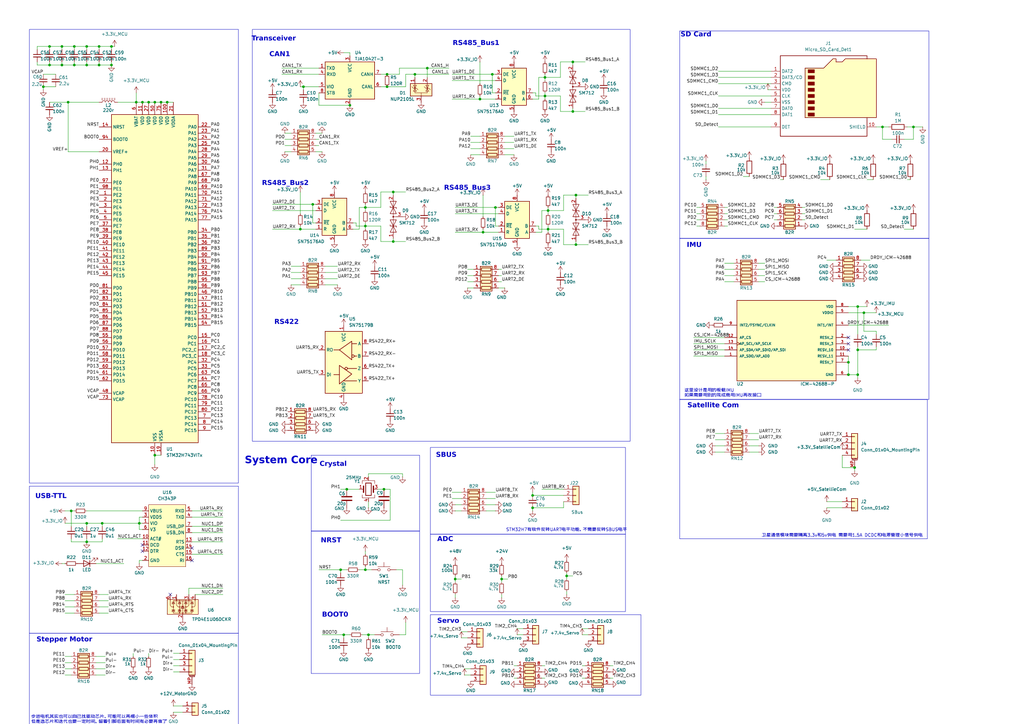
<source format=kicad_sch>
(kicad_sch (version 20250114) (generator "eeschema") (generator_version "9.0")
  (paper "A3")
  (rectangle (start 176.53 219.075) (end 256.54 250.825))
  (rectangle (start 278.765 12.7) (end 381 97.79))
  (rectangle (start 103.505 12.065) (end 258.445 180.975))
  (rectangle (start 278.765 97.79) (end 381 163.83))
  (rectangle (start 12.065 12.065) (end 97.79 198.12))
  (rectangle (start 12.065 199.39) (end 97.79 259.715))
  (rectangle (start 278.765 163.83) (end 380.365 220.98))
  (rectangle (start 127.635 186.69) (end 172.085 217.805))
  (rectangle (start 127.635 217.805) (end 172.085 276.225))
  (rectangle (start 176.53 252.095) (end 262.89 285.115))
  (rectangle (start 12.065 259.715) (end 97.79 297.18))
  (rectangle (start 176.53 183.515) (end 256.54 219.075))
  (text "IMU\n" (at 281.686 102.362 0) (effects (font (size 2 2) (thickness 0.4) (bold yes)) (justify left bottom)))
  (text "Stepper Motor\n" (at 14.986 264.16 0) (effects (font (size 2 2) (thickness 0.4) (bold yes)) (justify left bottom)))
  (text "SBUS\n" (at 178.816 188.468 0) (effects (font (size 2 2) (thickness 0.4) (bold yes)) (justify left bottom)))
  (text "Crystal" (at 136.652 191.008 0) (effects (font (size 2 2) (bold yes))))
  (text "RS485_Bus1\n" (at 185.674 19.558 0) (effects (font (size 2 2) (thickness 0.4) (bold yes)) (justify left bottom)))
  (text "USB-TTL\n\n\n" (at 14.478 212.09 0) (effects (font (size 2 2) (thickness 0.4) (bold yes)) (justify left bottom)))
  (text "Transceiver\n" (at 112.268 16.51 0) (effects (font (size 2 2) (bold yes))))
  (text "RS485_Bus3\n\n" (at 182.118 82.296 0) (effects (font (size 2 2) (thickness 0.4) (bold yes)) (justify left bottom)))
  (text "卫星通信模块需要隔离3.3v和5v供电 需要用1.5A DCDC和电源管理小信号供电\n" (at 345.44 219.71 0) (effects (font (size 1.27 1.27))))
  (text "RS485_Bus2\n" (at 107.442 76.962 0) (effects (font (size 2 2) (thickness 0.4) (bold yes)) (justify left bottom)))
  (text "BOOT0\n" (at 132.08 254 0) (effects (font (size 2 2) (thickness 0.4) (bold yes)) (justify left bottom)))
  (text "NRST" (at 131.572 223.52 0) (effects (font (size 2 2) (thickness 0.4) (bold yes)) (justify left bottom)))
  (text "Satellite Com\n" (at 281.94 168.148 0) (effects (font (size 2 2) (thickness 0.4) (bold yes)) (justify left bottom)))
  (text "Servo\n" (at 179.324 256.54 0) (effects (font (size 2 2) (thickness 0.4) (bold yes)) (justify left bottom)))
  (text "这里设计是用的板载IMU\n如果需要用别的现成商用IMU再改接口" (at 280.67 161.29 0) (effects (font (size 1.27 1.27)) (justify left)))
  (text "RS422\n\n\n\n" (at 112.522 144.018 0) (effects (font (size 2 2) (thickness 0.4) (bold yes)) (justify left bottom)))
  (text "ADC" (at 179.324 223.012 0) (effects (font (size 2 2) (thickness 0.4) (bold yes)) (justify left bottom)))
  (text "SD Card\n" (at 279.146 16.002 0) (effects (font (size 2 2) (thickness 0.4) (bold yes)) (justify left bottom)))
  (text "STM32H7有软件反转UART电平功能，不需要反转SBUS电平" (at 232.41 217.424 0) (effects (font (size 1.27 1.27))))
  (text "System Core" (at 115.316 189.738 0) (effects (font (size 3 3) (bold yes))))
  (text "CAN1" (at 110.49 24.13 0) (effects (font (size 2 2) (thickness 0.4) (bold yes)) (justify left bottom)))
  (text "步进电机其实也可以自己找驱动芯片，可能可以再缩小一些体积\n但是选芯片和迭代也要一定时间，留着引脚后面有时间有必要再做了" (at 12.7 295.148 0) (effects (font (size 1.27 1.27)) (justify left)))
  (junction (at 123.19 93.98))
  (junction (at 66.04 41.91))
  (junction (at 232.41 236.22))
  (junction (at 30.48 26.67))
  (junction (at 234.95 25.4))
  (junction (at 224.79 86.36))
  (junction (at 25.4 19.05))
  (junction (at 351.79 125.73))
  (junction (at 354.33 128.27))
  (junction (at 198.12 95.25))
  (junction (at 60.96 41.91))
  (junction (at 20.32 26.67))
  (junction (at 347.98 148.59))
  (junction (at 149.86 85.09))
  (junction (at 351.79 143.51))
  (junction (at 29.21 209.55))
  (junction (at 161.29 78.74))
  (junction (at 149.86 233.68))
  (junction (at 57.15 214.63))
  (junction (at 45.72 26.67))
  (junction (at 361.95 52.07))
  (junction (at 45.72 19.05))
  (junction (at 224.79 93.98))
  (junction (at 374.65 52.07))
  (junction (at 25.4 26.67))
  (junction (at 140.97 260.35))
  (junction (at 175.26 27.94))
  (junction (at 350.52 191.77))
  (junction (at 68.58 41.91))
  (junction (at 35.56 26.67))
  (junction (at 40.64 26.67))
  (junction (at 351.79 153.67))
  (junction (at 35.56 19.05))
  (junction (at 161.29 99.06))
  (junction (at 139.7 233.68))
  (junction (at 158.75 30.48))
  (junction (at 124.46 35.56))
  (junction (at 203.2 85.09))
  (junction (at 218.44 203.2))
  (junction (at 35.56 214.63))
  (junction (at 223.52 31.75))
  (junction (at 142.24 200.66))
  (junction (at 128.27 83.82))
  (junction (at 149.86 92.71))
  (junction (at 236.22 80.01))
  (junction (at 58.42 41.91))
  (junction (at 35.56 222.25))
  (junction (at 17.78 35.56))
  (junction (at 186.69 237.49))
  (junction (at 63.5 41.91))
  (junction (at 196.85 40.64))
  (junction (at 218.44 208.28))
  (junction (at 55.88 41.91))
  (junction (at 347.98 153.67))
  (junction (at 223.52 39.37))
  (junction (at 151.13 260.35))
  (junction (at 205.74 237.49))
  (junction (at 20.32 19.05))
  (junction (at 157.48 200.66))
  (junction (at 158.75 35.56))
  (junction (at 27.94 41.91))
  (junction (at 201.93 30.48))
  (junction (at 41.91 214.63))
  (junction (at 30.48 19.05))
  (junction (at 236.22 100.33))
  (junction (at 63.5 186.69))
  (junction (at 143.51 43.18))
  (junction (at 234.95 45.72))
  (junction (at 170.18 30.48))
  (junction (at 40.64 19.05))
  (no_connect (at 58.42 226.06))
  (no_connect (at 78.74 229.87))
  (no_connect (at 69.85 243.84))
  (no_connect (at 58.42 223.52))
  (no_connect (at 347.98 140.97))
  (no_connect (at 78.74 224.79))
  (no_connect (at 347.98 138.43))
  (no_connect (at 347.98 143.51))
  (wire (pts (xy 78.74 218.44) (xy 91.44 218.44)))
  (wire (pts (xy 347.98 148.59) (xy 347.98 146.05)))
  (wire (pts (xy 77.47 243.84) (xy 77.47 241.3)))
  (wire (pts (xy 351.79 125.73) (xy 347.98 125.73)))
  (wire (pts (xy 198.12 93.98) (xy 198.12 95.25)))
  (wire (pts (xy 219.71 38.1) (xy 218.44 38.1)))
  (wire (pts (xy 219.71 39.37) (xy 219.71 38.1)))
  (wire (pts (xy 80.01 243.84) (xy 91.44 243.84)))
  (wire (pts (xy 71.12 273.05) (xy 73.66 273.05)))
  (wire (pts (xy 224.79 92.71) (xy 224.79 93.98)))
  (wire (pts (xy 55.88 41.91) (xy 58.42 41.91)))
  (wire (pts (xy 149.86 83.82) (xy 149.86 85.09)))
  (wire (pts (xy 160.02 213.36) (xy 139.7 213.36)))
  (wire (pts (xy 186.69 207.01) (xy 189.23 207.01)))
  (wire (pts (xy 156.21 78.74) (xy 161.29 78.74)))
  (wire (pts (xy 111.76 83.82) (xy 128.27 83.82)))
  (wire (pts (xy 138.43 111.76) (xy 133.35 111.76)))
  (wire (pts (xy 26.67 214.63) (xy 35.56 214.63)))
  (wire (pts (xy 26.67 276.86) (xy 29.21 276.86)))
  (wire (pts (xy 212.09 260.35) (xy 214.63 260.35)))
  (wire (pts (xy 251.46 278.13) (xy 250.19 278.13)))
  (wire (pts (xy 17.78 36.83) (xy 17.78 35.56)))
  (wire (pts (xy 175.26 27.94) (xy 175.26 31.75)))
  (wire (pts (xy 354.33 128.27) (xy 359.41 128.27)))
  (wire (pts (xy 289.56 67.31) (xy 289.56 66.04)))
  (wire (pts (xy 201.93 30.48) (xy 203.2 30.48)))
  (wire (pts (xy 199.39 201.93) (xy 203.2 201.93)))
  (wire (pts (xy 63.5 186.69) (xy 63.5 190.5)))
  (wire (pts (xy 170.18 30.48) (xy 184.15 30.48)))
  (wire (pts (xy 330.2 85.09) (xy 328.93 85.09)))
  (wire (pts (xy 119.38 111.76) (xy 123.19 111.76)))
  (wire (pts (xy 212.09 273.05) (xy 210.82 273.05)))
  (wire (pts (xy 222.25 200.66) (xy 231.14 200.66)))
  (wire (pts (xy 231.14 80.01) (xy 236.22 80.01)))
  (wire (pts (xy 285.75 87.63) (xy 287.02 87.63)))
  (wire (pts (xy 199.39 204.47) (xy 203.2 204.47)))
  (wire (pts (xy 205.74 115.57) (xy 204.47 115.57)))
  (wire (pts (xy 116.84 54.61) (xy 119.38 54.61)))
  (wire (pts (xy 45.72 26.67) (xy 40.64 26.67)))
  (wire (pts (xy 41.91 214.63) (xy 57.15 214.63)))
  (wire (pts (xy 185.42 201.93) (xy 189.23 201.93)))
  (wire (pts (xy 20.32 20.32) (xy 20.32 19.05)))
  (wire (pts (xy 58.42 217.17) (xy 57.15 217.17)))
  (wire (pts (xy 313.69 113.03) (xy 311.15 113.03)))
  (wire (pts (xy 71.12 275.59) (xy 73.66 275.59)))
  (wire (pts (xy 15.24 19.05) (xy 15.24 20.32)))
  (wire (pts (xy 313.69 115.57) (xy 311.15 115.57)))
  (wire (pts (xy 351.79 142.24) (xy 351.79 143.51)))
  (wire (pts (xy 284.48 138.43) (xy 297.18 138.43)))
  (wire (pts (xy 29.21 209.55) (xy 29.21 215.9)))
  (wire (pts (xy 359.41 143.51) (xy 359.41 142.24)))
  (wire (pts (xy 351.79 143.51) (xy 359.41 143.51)))
  (wire (pts (xy 223.52 278.13) (xy 222.25 278.13)))
  (wire (pts (xy 224.79 86.36) (xy 224.79 87.63)))
  (wire (pts (xy 350.52 191.77) (xy 350.52 193.04)))
  (wire (pts (xy 293.37 180.34) (xy 297.18 180.34)))
  (wire (pts (xy 130.81 59.69) (xy 129.54 59.69)))
  (wire (pts (xy 151.13 260.35) (xy 151.13 261.62)))
  (wire (pts (xy 163.83 30.48) (xy 158.75 30.48)))
  (wire (pts (xy 149.86 233.68) (xy 152.4 233.68)))
  (wire (pts (xy 91.44 222.25) (xy 78.74 222.25)))
  (wire (pts (xy 138.43 116.84) (xy 133.35 116.84)))
  (wire (pts (xy 30.48 26.67) (xy 25.4 26.67)))
  (wire (pts (xy 25.4 26.67) (xy 20.32 26.67)))
  (wire (pts (xy 148.59 260.35) (xy 151.13 260.35)))
  (wire (pts (xy 15.24 26.67) (xy 15.24 25.4)))
  (wire (pts (xy 45.72 19.05) (xy 40.64 19.05)))
  (wire (pts (xy 165.1 194.31) (xy 165.1 195.58)))
  (wire (pts (xy 224.79 93.98) (xy 224.79 95.25)))
  (wire (pts (xy 223.52 38.1) (xy 223.52 39.37)))
  (wire (pts (xy 297.18 107.95) (xy 300.99 107.95)))
  (wire (pts (xy 40.64 25.4) (xy 40.64 26.67)))
  (wire (pts (xy 35.56 214.63) (xy 35.56 215.9)))
  (wire (pts (xy 220.98 93.98) (xy 224.79 93.98)))
  (wire (pts (xy 25.4 19.05) (xy 20.32 19.05)))
  (wire (pts (xy 115.57 30.48) (xy 130.81 30.48)))
  (wire (pts (xy 20.32 25.4) (xy 20.32 26.67)))
  (wire (pts (xy 143.51 21.59) (xy 143.51 22.86)))
  (wire (pts (xy 339.09 205.74) (xy 345.44 205.74)))
  (wire (pts (xy 44.45 243.84) (xy 40.64 243.84)))
  (wire (pts (xy 203.2 38.1) (xy 201.93 38.1)))
  (wire (pts (xy 229.87 45.72) (xy 234.95 45.72)))
  (wire (pts (xy 223.52 31.75) (xy 229.87 31.75)))
  (wire (pts (xy 365.76 57.15) (xy 361.95 57.15)))
  (wire (pts (xy 63.5 186.69) (xy 66.04 186.69)))
  (wire (pts (xy 220.98 31.75) (xy 223.52 31.75)))
  (wire (pts (xy 294.64 29.21) (xy 316.23 29.21)))
  (wire (pts (xy 43.18 269.24) (xy 39.37 269.24)))
  (wire (pts (xy 204.47 92.71) (xy 203.2 92.71)))
  (wire (pts (xy 154.94 200.66) (xy 157.48 200.66)))
  (wire (pts (xy 35.56 25.4) (xy 35.56 26.67)))
  (wire (pts (xy 223.52 30.48) (xy 223.52 31.75)))
  (wire (pts (xy 163.83 27.94) (xy 163.83 30.48)))
  (wire (pts (xy 294.64 31.75) (xy 316.23 31.75)))
  (wire (pts (xy 218.44 40.64) (xy 220.98 40.64)))
  (wire (pts (xy 119.38 114.3) (xy 123.19 114.3)))
  (wire (pts (xy 54.61 269.24) (xy 54.61 267.97)))
  (wire (pts (xy 166.37 30.48) (xy 166.37 35.56)))
  (wire (pts (xy 339.09 208.28) (xy 345.44 208.28)))
  (wire (pts (xy 140.97 260.35) (xy 143.51 260.35)))
  (wire (pts (xy 231.14 100.33) (xy 236.22 100.33)))
  (wire (pts (xy 205.74 236.22) (xy 205.74 237.49)))
  (wire (pts (xy 147.32 85.09) (xy 149.86 85.09)))
  (wire (pts (xy 17.78 30.48) (xy 22.86 30.48)))
  (wire (pts (xy 222.25 86.36) (xy 224.79 86.36)))
  (wire (pts (xy 175.26 27.94) (xy 184.15 27.94)))
  (wire (pts (xy 78.74 215.9) (xy 91.44 215.9)))
  (wire (pts (xy 234.95 45.72) (xy 240.03 45.72)))
  (wire (pts (xy 20.32 19.05) (xy 15.24 19.05)))
  (wire (pts (xy 66.04 41.91) (xy 68.58 41.91)))
  (wire (pts (xy 162.56 233.68) (xy 165.1 233.68)))
  (wire (pts (xy 77.47 241.3) (xy 91.44 241.3)))
  (wire (pts (xy 205.74 245.11) (xy 205.74 243.84)))
  (wire (pts (xy 189.23 259.08) (xy 191.77 259.08)))
  (wire (pts (xy 129.54 91.44) (xy 128.27 91.44)))
  (wire (pts (xy 40.64 26.67) (xy 35.56 26.67)))
  (wire (pts (xy 198.12 80.01) (xy 198.12 88.9)))
  (wire (pts (xy 71.12 267.97) (xy 73.66 267.97)))
  (wire (pts (xy 284.48 140.97) (xy 297.18 140.97)))
  (wire (pts (xy 219.71 39.37) (xy 223.52 39.37)))
  (wire (pts (xy 161.29 99.06) (xy 161.29 97.79)))
  (wire (pts (xy 205.74 113.03) (xy 204.47 113.03)))
  (wire (pts (xy 35.56 26.67) (xy 30.48 26.67)))
  (wire (pts (xy 123.19 92.71) (xy 123.19 93.98)))
  (wire (pts (xy 35.56 209.55) (xy 58.42 209.55)))
  (wire (pts (xy 205.74 110.49) (xy 204.47 110.49)))
  (wire (pts (xy 140.97 260.35) (xy 140.97 261.62)))
  (wire (pts (xy 26.67 246.38) (xy 30.48 246.38)))
  (wire (pts (xy 116.84 57.15) (xy 119.38 57.15)))
  (wire (pts (xy 161.29 99.06) (xy 166.37 99.06)))
  (wire (pts (xy 207.01 118.11) (xy 204.47 118.11)))
  (wire (pts (xy 119.38 116.84) (xy 123.19 116.84)))
  (wire (pts (xy 232.41 236.22) (xy 234.95 236.22)))
  (wire (pts (xy 30.48 20.32) (xy 30.48 19.05)))
  (wire (pts (xy 156.21 99.06) (xy 161.29 99.06)))
  (wire (pts (xy 229.87 39.37) (xy 229.87 45.72)))
  (wire (pts (xy 55.88 38.1) (xy 55.88 41.91)))
  (wire (pts (xy 210.82 60.96) (xy 207.01 60.96)))
  (wire (pts (xy 220.98 92.71) (xy 219.71 92.71)))
  (wire (pts (xy 294.64 34.29) (xy 316.23 34.29)))
  (wire (pts (xy 115.57 27.94) (xy 130.81 27.94)))
  (wire (pts (xy 223.52 39.37) (xy 229.87 39.37)))
  (wire (pts (xy 20.32 26.67) (xy 15.24 26.67)))
  (wire (pts (xy 238.76 278.13) (xy 240.03 278.13)))
  (wire (pts (xy 285.75 85.09) (xy 287.02 85.09)))
  (wire (pts (xy 311.15 177.8) (xy 307.34 177.8)))
  (wire (pts (xy 58.42 41.91) (xy 60.96 41.91)))
  (wire (pts (xy 48.26 220.98) (xy 58.42 220.98)))
  (wire (pts (xy 231.14 93.98) (xy 231.14 100.33)))
  (wire (pts (xy 151.13 194.31) (xy 165.1 194.31)))
  (wire (pts (xy 293.37 185.42) (xy 297.18 185.42)))
  (wire (pts (xy 231.14 86.36) (xy 231.14 80.01)))
  (wire (pts (xy 193.04 58.42) (xy 196.85 58.42)))
  (wire (pts (xy 43.18 276.86) (xy 39.37 276.86)))
  (wire (pts (xy 298.45 92.71) (xy 297.18 92.71)))
  (wire (pts (xy 124.46 35.56) (xy 124.46 36.83)))
  (wire (pts (xy 166.37 30.48) (xy 170.18 30.48)))
  (wire (pts (xy 191.77 115.57) (xy 194.31 115.57)))
  (wire (pts (xy 123.19 78.74) (xy 123.19 87.63)))
  (wire (pts (xy 289.56 72.39) (xy 289.56 73.66)))
  (wire (pts (xy 30.48 19.05) (xy 25.4 19.05)))
  (wire (pts (xy 166.37 260.35) (xy 163.83 260.35)))
  (wire (pts (xy 45.72 19.05) (xy 46.99 19.05)))
  (wire (pts (xy 240.03 273.05) (xy 238.76 273.05)))
  (wire (pts (xy 232.41 236.22) (xy 232.41 237.49)))
  (wire (pts (xy 91.44 212.09) (xy 78.74 212.09)))
  (wire (pts (xy 205.74 237.49) (xy 208.28 237.49)))
  (wire (pts (xy 60.96 41.91) (xy 63.5 41.91)))
  (wire (pts (xy 151.13 208.28) (xy 151.13 205.74)))
  (wire (pts (xy 354.33 128.27) (xy 354.33 135.89)))
  (wire (pts (xy 147.32 233.68) (xy 149.86 233.68)))
  (wire (pts (xy 156.21 85.09) (xy 156.21 78.74)))
  (wire (pts (xy 203.2 92.71) (xy 203.2 85.09)))
  (wire (pts (xy 311.15 182.88) (xy 307.34 182.88)))
  (wire (pts (xy 26.67 251.46) (xy 30.48 251.46)))
  (wire (pts (xy 191.77 113.03) (xy 194.31 113.03)))
  (wire (pts (xy 311.15 107.95) (xy 313.69 107.95)))
  (wire (pts (xy 57.15 212.09) (xy 58.42 212.09)))
  (wire (pts (xy 27.94 41.91) (xy 40.64 41.91)))
  (wire (pts (xy 132.08 260.35) (xy 140.97 260.35)))
  (wire (pts (xy 161.29 78.74) (xy 161.29 80.01)))
  (wire (pts (xy 297.18 110.49) (xy 300.99 110.49)))
  (wire (pts (xy 185.42 30.48) (xy 201.93 30.48)))
  (wire (pts (xy 203.2 209.55) (xy 199.39 209.55)))
  (wire (pts (xy 284.48 143.51) (xy 297.18 143.51)))
  (wire (pts (xy 45.72 20.32) (xy 45.72 19.05)))
  (wire (pts (xy 186.69 236.22) (xy 186.69 237.49)))
  (wire (pts (xy 361.95 52.07) (xy 359.41 52.07)))
  (wire (pts (xy 185.42 204.47) (xy 189.23 204.47)))
  (wire (pts (xy 30.48 25.4) (xy 30.48 26.67)))
  (wire (pts (xy 193.04 60.96) (xy 196.85 60.96)))
  (wire (pts (xy 25.4 20.32) (xy 25.4 19.05)))
  (wire (pts (xy 361.95 57.15) (xy 361.95 52.07)))
  (wire (pts (xy 347.98 153.67) (xy 347.98 148.59)))
  (wire (pts (xy 163.83 27.94) (xy 175.26 27.94)))
  (wire (pts (xy 149.86 232.41) (xy 149.86 233.68)))
  (wire (pts (xy 140.97 21.59) (xy 143.51 21.59)))
  (wire (pts (xy 321.31 73.66) (xy 320.04 73.66)))
  (wire (pts (xy 372.11 52.07) (xy 374.65 52.07)))
  (wire (pts (xy 350.52 191.77) (xy 345.44 191.77)))
  (wire (pts (xy 186.69 95.25) (xy 198.12 95.25)))
  (wire (pts (xy 71.12 292.1) (xy 74.93 292.1)))
  (wire (pts (xy 298.45 85.09) (xy 297.18 85.09)))
  (wire (pts (xy 41.91 214.63) (xy 41.91 215.9)))
  (wire (pts (xy 35.56 19.05) (xy 30.48 19.05)))
  (wire (pts (xy 27.94 62.23) (xy 40.64 62.23)))
  (wire (pts (xy 130.81 38.1) (xy 130.81 43.18)))
  (wire (pts (xy 119.38 109.22) (xy 123.19 109.22)))
  (wire (pts (xy 285.75 92.71) (xy 287.02 92.71)))
  (wire (pts (xy 26.67 271.78) (xy 29.21 271.78)))
  (wire (pts (xy 330.2 87.63) (xy 328.93 87.63)))
  (wire (pts (xy 294.64 39.37) (xy 316.23 39.37)))
  (wire (pts (xy 44.45 248.92) (xy 40.64 248.92)))
  (wire (pts (xy 132.08 62.23) (xy 129.54 62.23)))
  (wire (pts (xy 44.45 246.38) (xy 40.64 246.38)))
  (wire (pts (xy 44.45 251.46) (xy 40.64 251.46)))
  (wire (pts (xy 157.48 200.66) (xy 160.02 200.66)))
  (wire (pts (xy 222.25 95.25) (xy 222.25 86.36)))
  (wire (pts (xy 293.37 177.8) (xy 297.18 177.8)))
  (wire (pts (xy 158.75 30.48) (xy 156.21 30.48)))
  (wire (pts (xy 40.64 19.05) (xy 35.56 19.05)))
  (wire (pts (xy 35.56 220.98) (xy 35.56 222.25)))
  (wire (pts (xy 156.21 35.56) (xy 158.75 35.56)))
  (wire (pts (xy 356.87 106.68) (xy 353.06 106.68)))
  (wire (pts (xy 57.15 229.87) (xy 58.42 229.87)))
  (wire (pts (xy 111.76 86.36) (xy 129.54 86.36)))
  (wire (pts (xy 29.21 222.25) (xy 35.56 222.25)))
  (wire (pts (xy 123.19 35.56) (xy 124.46 35.56)))
  (wire (pts (xy 223.52 273.05) (xy 222.25 273.05)))
  (wire (pts (xy 26.67 269.24) (xy 29.21 269.24)))
  (wire (pts (xy 39.37 231.14) (xy 50.8 231.14)))
  (wire (pts (xy 284.48 146.05) (xy 297.18 146.05)))
  (wire (pts (xy 151.13 260.35) (xy 153.67 260.35)))
  (wire (pts (xy 351.79 125.73) (xy 355.6 125.73)))
  (wire (pts (xy 234.95 25.4) (xy 234.95 26.67)))
  (wire (pts (xy 234.95 45.72) (xy 234.95 44.45)))
  (wire (pts (xy 317.5 87.63) (xy 318.77 87.63)))
  (wire (pts (xy 313.69 41.91) (xy 316.23 41.91)))
  (wire (pts (xy 229.87 31.75) (xy 229.87 25.4)))
  (wire (pts (xy 191.77 110.49) (xy 194.31 110.49)))
  (wire (pts (xy 238.76 257.81) (xy 241.3 257.81)))
  (wire (pts (xy 185.42 40.64) (xy 196.85 40.64)))
  (wire (pts (xy 347.98 128.27) (xy 354.33 128.27)))
  (wire (pts (xy 223.52 31.75) (xy 223.52 33.02)))
  (wire (pts (xy 210.82 58.42) (xy 207.01 58.42)))
  (wire (pts (xy 186.69 237.49) (xy 186.69 238.76)))
  (wire (pts (xy 151.13 194.31) (xy 151.13 195.58)))
  (wire (pts (xy 186.69 237.49) (xy 189.23 237.49)))
  (wire (pts (xy 311.15 185.42) (xy 307.34 185.42)))
  (wire (pts (xy 35.56 222.25) (xy 41.91 222.25)))
  (wire (pts (xy 224.79 93.98) (xy 231.14 93.98)))
  (wire (pts (xy 236.22 80.01) (xy 236.22 81.28)))
  (wire (pts (xy 355.6 93.98) (xy 350.52 93.98)))
  (wire (pts (xy 26.67 243.84) (xy 30.48 243.84)))
  (wire (pts (xy 293.37 182.88) (xy 297.18 182.88)))
  (wire (pts (xy 156.21 92.71) (xy 156.21 99.06)))
  (wire (pts (xy 71.12 289.56) (xy 74.93 289.56)))
  (wire (pts (xy 17.78 35.56) (xy 22.86 35.56)))
  (wire (pts (xy 57.15 231.14) (xy 57.15 229.87)))
  (wire (pts (xy 198.12 95.25) (xy 204.47 95.25)))
  (wire (pts (xy 342.9 106.68) (xy 339.09 106.68)))
  (wire (pts (xy 340.36 73.66) (xy 336.55 73.66)))
  (wire (pts (xy 190.5 276.86) (xy 193.04 276.86)))
  (wire (pts (xy 146.05 91.44) (xy 144.78 91.44)))
  (wire (pts (xy 298.45 87.63) (xy 297.18 87.63)))
  (wire (pts (xy 351.79 154.94) (xy 351.79 153.67)))
  (wire (pts (xy 210.82 278.13) (xy 212.09 278.13)))
  (wire (pts (xy 116.84 62.23) (xy 119.38 62.23)))
  (wire (pts (xy 149.86 226.06) (xy 149.86 227.33)))
  (wire (pts (xy 231.14 205.74) (xy 231.14 208.28)))
  (wire (pts (xy 294.64 44.45) (xy 316.23 44.45)))
  (wire (pts (xy 196.85 40.64) (xy 203.2 40.64)))
  (wire (pts (xy 149.86 92.71) (xy 149.86 93.98)))
  (wire (pts (xy 139.7 200.66) (xy 142.24 200.66)))
  (wire (pts (xy 149.86 85.09) (xy 156.21 85.09)))
  (wire (pts (xy 285.75 90.17) (xy 287.02 90.17)))
  (wire (pts (xy 218.44 208.28) (xy 218.44 209.55)))
  (wire (pts (xy 26.67 209.55) (xy 29.21 209.55)))
  (wire (pts (xy 166.37 255.27) (xy 166.37 260.35)))
  (wire (pts (xy 220.98 93.98) (xy 220.98 92.71)))
  (wire (pts (xy 116.84 59.69) (xy 119.38 59.69)))
  (wire (pts (xy 57.15 214.63) (xy 58.42 214.63)))
  (wire (pts (xy 41.91 222.25) (xy 41.91 220.98)))
  (wire (pts (xy 139.7 233.68) (xy 139.7 234.95)))
  (wire (pts (xy 26.67 248.92) (xy 30.48 248.92)))
  (wire (pts (xy 193.04 55.88) (xy 196.85 55.88)))
  (wire (pts (xy 186.69 245.11) (xy 186.69 243.84)))
  (wire (pts (xy 218.44 203.2) (xy 231.14 203.2)))
  (wire (pts (xy 351.79 125.73) (xy 351.79 137.16)))
  (wire (pts (xy 158.75 35.56) (xy 166.37 35.56)))
  (wire (pts (xy 142.24 200.66) (xy 147.32 200.66)))
  (wire (pts (xy 149.86 85.09) (xy 149.86 86.36)))
  (wire (pts (xy 317.5 90.17) (xy 318.77 90.17)))
  (wire (pts (xy 189.23 261.62) (xy 191.77 261.62)))
  (wire (pts (xy 29.21 209.55) (xy 30.48 209.55)))
  (wire (pts (xy 128.27 83.82) (xy 129.54 83.82)))
  (wire (pts (xy 193.04 63.5) (xy 196.85 63.5)))
  (wire (pts (xy 186.69 87.63) (xy 204.47 87.63)))
  (wire (pts (xy 231.14 208.28) (xy 218.44 208.28)))
  (wire (pts (xy 43.18 271.78) (xy 39.37 271.78)))
  (wire (pts (xy 311.15 110.49) (xy 313.69 110.49)))
  (wire (pts (xy 191.77 118.11) (xy 194.31 118.11)))
  (wire (pts (xy 232.41 243.84) (xy 232.41 242.57)))
  (wire (pts (xy 146.05 92.71) (xy 146.05 91.44)))
  (wire (pts (xy 160.02 200.66) (xy 160.02 213.36)))
  (wire (pts (xy 307.34 72.39) (xy 304.8 72.39)))
  (wire (pts (xy 370.84 57.15) (xy 374.65 57.15)))
  (wire (pts (xy 26.67 274.32) (xy 29.21 274.32)))
  (wire (pts (xy 311.15 180.34) (xy 307.34 180.34)))
  (wire (pts (xy 57.15 212.09) (xy 57.15 214.63)))
  (wire (pts (xy 223.52 39.37) (xy 223.52 40.64)))
  (wire (pts (xy 170.18 30.48) (xy 170.18 31.75)))
  (wire (pts (xy 161.29 78.74) (xy 166.37 78.74)))
  (wire (pts (xy 190.5 274.32) (xy 193.04 274.32)))
  (wire (pts (xy 68.58 41.91) (xy 71.12 41.91)))
  (wire (pts (xy 317.5 85.09) (xy 318.77 85.09)))
  (wire (pts (xy 149.86 91.44) (xy 149.86 92.71)))
  (wire (pts (xy 48.26 41.91) (xy 55.88 41.91)))
  (wire (pts (xy 63.5 41.91) (xy 66.04 41.91)))
  (wire (pts (xy 130.81 57.15) (xy 129.54 57.15)))
  (wire (pts (xy 29.21 220.98) (xy 29.21 222.25)))
  (wire (pts (xy 91.44 227.33) (xy 78.74 227.33)))
  (wire (pts (xy 149.86 92.71) (xy 156.21 92.71)))
  (wire (pts (xy 130.81 43.18) (xy 143.51 43.18)))
  (wire (pts (xy 351.79 143.51) (xy 351.79 153.67)))
  (wire (pts (xy 205.74 237.49) (xy 205.74 238.76)))
  (wire (pts (xy 60.96 269.24) (xy 60.96 267.97)))
  (wire (pts (xy 229.87 25.4) (xy 234.95 25.4)))
  (wire (pts (xy 347.98 153.67) (xy 351.79 153.67)))
  (wire (pts (xy 35.56 20.32) (xy 35.56 19.05)))
  (wire (pts (xy 132.08 54.61) (xy 129.54 54.61)))
  (wire (pts (xy 219.71 95.25) (xy 222.25 95.25)))
  (wire (pts (xy 91.44 209.55) (xy 78.74 209.55)))
  (wire (pts (xy 347.98 133.35) (xy 364.49 133.35)))
  (wire (pts (xy 39.37 274.32) (xy 43.18 274.32)))
  (wire (pts (xy 128.27 91.44) (xy 128.27 83.82)))
  (wire (pts (xy 185.42 33.02) (xy 203.2 33.02)))
  (wire (pts (xy 57.15 217.17) (xy 57.15 214.63)))
  (wire (pts (xy 218.44 201.93) (xy 218.44 203.2)))
  (wire (pts (xy 40.64 20.32) (xy 40.64 19.05)))
  (wire (pts (xy 111.76 93.98) (xy 123.19 93.98)))
  (wire (pts (xy 236.22 100.33) (xy 241.3 100.33)))
  (wire (pts (xy 374.65 57.15) (xy 374.65 52.07)))
  (wire (pts (xy 234.95 25.4) (xy 240.03 25.4)))
  (wire (pts (xy 374.65 93.98) (xy 370.84 93.98)))
  (wire (pts (xy 232.41 234.95) (xy 232.41 236.22)))
  (wire (pts (xy 224.79 86.36) (xy 231.14 86.36)))
  (wire (pts (xy 294.64 52.07) (xy 316.23 52.07)))
  (wire (pts (xy 144.78 93.98) (xy 147.32 93.98)))
  (wire (pts (xy 330.2 90.17) (xy 328.93 90.17)))
  (wire (pts (xy 27.94 41.91) (xy 27.94 62.23)))
  (wire (pts (xy 345.44 191.77) (xy 345.44 186.69)))
  (wire (pts (xy 25.4 25.4) (xy 25.4 26.67)))
  (wire (pts (xy 364.49 52.07) (xy 361.95 52.07)))
  (wire (pts (xy 130.81 233.68) (xy 139.7 233.68)))
  (wire (pts (xy 297.18 115.57) (xy 300.99 115.57)))
  (wire (pts (xy 251.46 273.05) (xy 250.19 273.05)))
  (wire (pts (xy 203.2 207.01) (xy 199.39 207.01)))
  (wire (pts (xy 359.41 135.89) (xy 354.33 135.89)))
  (wire (pts (xy 201.93 38.1) (xy 201.93 30.48)))
  (wire (pts (xy 138.43 109.22) (xy 133.35 109.22)))
  (wire (pts (xy 20.32 41.91) (xy 27.94 41.91)))
  (wire (pts (xy 123.19 93.98) (xy 129.54 93.98)))
  (wire (pts (xy 314.96 36.83) (xy 316.23 36.83)))
  (wire (pts (xy 358.14 73.66) (xy 355.6 73.66)))
  (wire (pts (xy 294.64 46.99) (xy 316.23 46.99)))
  (wire (pts (xy 220.98 40.64) (xy 220.98 31.75)))
  (wire (pts (xy 186.69 85.09) (xy 203.2 85.09)))
  (wire (pts (xy 236.22 100.33) (xy 236.22 99.06)))
  (wire (pts (xy 196.85 39.37) (xy 196.85 40.64)))
  (wire (pts (xy 25.4 231.14) (xy 26.67 231.14)))
  (wire (pts (xy 35.56 214.63) (xy 41.91 214.63)))
  (wire (pts (xy 186.69 209.55) (xy 189.23 209.55)))
  (wire (pts (xy 210.82 63.5) (xy 207.01 63.5)))
  (wire (pts (xy 224.79 85.09) (xy 224.79 86.36)))
  (wire (pts (xy 210.82 55.88) (xy 207.01 55.88)))
  (wire (pts (xy 374.65 52.07) (xy 378.46 52.07)))
  (wire (pts (xy 138.43 114.3) (xy 133.35 114.3)))
  (wire (pts (xy 298.45 90.17) (xy 297.18 90.17)))
  (wire (pts (xy 372.11 73.66) (xy 373.38 73.66)))
  (wire (pts (xy 45.72 25.4) (xy 45.72 26.67)))
  (wire (pts (xy 238.76 260.35) (xy 241.3 260.35)))
  (wire (pts (xy 71.12 270.51) (xy 73.66 270.51)))
  (wire (pts (xy 236.22 80.01) (xy 241.3 80.01)))
  (wire (pts (xy 203.2 85.09) (xy 204.47 85.09)))
  (wire (pts (xy 147.32 93.98) (xy 147.32 85.09)))
  (wire (pts (xy 165.1 233.68) (xy 165.1 240.03)))
  (wire (pts (xy 212.09 257.81) (xy 214.63 257.81)))
  (wire (pts (xy 297.18 113.03) (xy 300.99 113.03)))
  (wire (pts (xy 139.7 233.68) (xy 142.24 233.68)))
  (wire (pts (xy 146.05 92.71) (xy 149.86 92.71)))
  (wire (pts (xy 359.41 137.16) (xy 359.41 135.89)))
  (wire (pts (xy 124.46 35.56) (xy 130.81 35.56)))
  (wire (pts (xy 196.85 25.4) (xy 196.85 34.29)))
  (label "PE15" (at 40.64 113.03 180))
  (label "BOOT0" (at 40.64 57.15 180))
  (label "SPI1_MISO" (at 313.69 110.49 0))
  (label "PA4" (at 86.36 62.23 0))
  (label "UART2_TX" (at 138.43 111.76 0))
  (label "PA4" (at 297.18 115.57 180))
  (label "PA7" (at 86.36 69.85 0))
  (label "NUC1_ACT" (at 48.26 220.98 0))
  (label "PD2" (at 40.64 123.19 180))
  (label "PB14" (at 86.36 130.81 0))
  (label "PE10" (at 26.67 271.78 180))
  (label "SDMMC1_D3" (at 298.45 87.63 0))
  (label "PA9" (at 193.04 55.88 180))
  (label "PC12" (at 285.75 92.71 180))
  (label "PH1" (at 40.64 69.85 180))
  (label "SDMMC1_D1" (at 330.2 87.63 0))
  (label "SDMMC1_CLK" (at 298.45 92.71 0))
  (label "PE1" (at 40.64 77.47 180))
  (label "Pul-" (at 43.18 271.78 0))
  (label "PC9" (at 317.5 87.63 180))
  (label "UART5_RX" (at 128.27 168.91 0))
  (label "PD8" (at 191.77 110.49 180))
  (label "PB15" (at 26.67 251.46 180))
  (label "Pul-" (at 54.61 267.97 0))
  (label "SDMMC1_D0" (at 294.64 44.45 180))
  (label "PC10" (at 86.36 163.83 0))
  (label "SDMMC1_D0" (at 372.11 73.66 180))
  (label "VREF+" (at 27.94 62.23 180))
  (label "PH0" (at 40.64 67.31 180))
  (label "PD10" (at 40.64 143.51 180))
  (label "RS485_Bus3_B" (at 241.3 100.33 0))
  (label "BOOT0" (at 132.08 260.35 0))
  (label "SDMMC1_CLK" (at 294.64 39.37 180))
  (label "UART4_CTS" (at 44.45 251.46 0))
  (label "UART2_RX" (at 111.76 93.98 0))
  (label "PB1" (at 86.36 97.79 0))
  (label "RS485_Bus1_B" (at 240.03 45.72 0))
  (label "PD3" (at 40.64 125.73 180))
  (label "NUC1_DP" (at 91.44 215.9 180))
  (label "UART2_RX" (at 138.43 109.22 0))
  (label "UART2_DE" (at 138.43 114.3 0))
  (label "UART8_RX" (at 203.2 204.47 0))
  (label "VCAP" (at 40.64 161.29 180))
  (label "PC9" (at 86.36 161.29 0))
  (label "PC5" (at 86.36 151.13 0))
  (label "CAN1_TX" (at 130.81 59.69 0))
  (label "TIM4_CH4" (at 190.5 274.32 180))
  (label "SPI1_MOSI" (at 313.69 107.95 0))
  (label "PD12" (at 40.64 148.59 180))
  (label "VCAP" (at 40.64 163.83 180))
  (label "PE8" (at 40.64 95.25 180))
  (label "SD_Detect" (at 294.64 52.07 180))
  (label "PB11" (at 86.36 123.19 0))
  (label "NRST" (at 40.64 52.07 180))
  (label "RS485_Bus3_A" (at 241.3 80.01 0))
  (label "PA3" (at 86.36 59.69 0))
  (label "PC11" (at 285.75 87.63 180))
  (label "PH1" (at 139.7 200.66 180))
  (label "PA1" (at 86.36 54.61 0))
  (label "UART1_TX" (at 185.42 33.02 0))
  (label "PE7" (at 293.37 180.34 180))
  (label "RS422_TX+" (at 151.13 156.21 0))
  (label "PA11" (at 86.36 80.01 0))
  (label "PD9" (at 191.77 113.03 180))
  (label "PE12" (at 40.64 105.41 180))
  (label "UART5_RX" (at 130.81 143.51 180))
  (label "PB3" (at 86.36 102.87 0))
  (label "PA3" (at 119.38 109.22 180))
  (label "UART8_RX" (at 222.25 200.66 0))
  (label "PB11" (at 210.82 273.05 180))
  (label "TIM2_CH4" (at 223.52 273.05 0))
  (label "PC2_C" (at 86.36 143.51 0))
  (label "PD6" (at 40.64 133.35 180))
  (label "PE7" (at 40.64 92.71 180))
  (label "SPI1_SCK" (at 313.69 113.03 0))
  (label "PD14" (at 238.76 278.13 180))
  (label "PC10" (at 285.75 85.09 180))
  (label "PD15" (at 40.64 156.21 180))
  (label "PA9" (at 86.36 74.93 0))
  (label "PC12" (at 86.36 168.91 0))
  (label "SDMMC1_D3" (at 320.04 73.66 180))
  (label "PB8" (at 26.67 246.38 180))
  (label "PE2" (at 40.64 80.01 180))
  (label "PE4" (at 40.64 85.09 180))
  (label "PB12" (at 118.11 168.91 180))
  (label "PB15" (at 86.36 133.35 0))
  (label "RS422_RX-" (at 151.13 146.05 0))
  (label "PB6" (at 86.36 110.49 0))
  (label "PE5" (at 40.64 87.63 180))
  (label "PD0" (at 116.84 57.15 180))
  (label "UART4_RTS" (at 91.44 222.25 180))
  (label "PA14" (at 86.36 87.63 0))
  (label "NUC1_DN" (at 91.44 241.3 180))
  (label "CAN1_TX" (at 115.57 27.94 0))
  (label "PA10" (at 86.36 77.47 0))
  (label "Dir-" (at 60.96 267.97 0))
  (label "PD15" (at 238.76 273.05 180))
  (label "PB7" (at 86.36 113.03 0))
  (label "PD14" (at 40.64 153.67 180))
  (label "PA2" (at 86.36 57.15 0))
  (label "PB13" (at 118.11 171.45 180))
  (label "TIM2_CH3" (at 189.23 259.08 180))
  (label "PB10" (at 210.82 278.13 180))
  (label "PE10" (at 40.64 100.33 180))
  (label "SDMMC1_D2" (at 294.64 29.21 180))
  (label "PC3_C" (at 86.36 146.05 0))
  (label "SDMMC1_CMD" (at 294.64 34.29 180))
  (label "PH0" (at 139.7 213.36 180))
  (label "PA1" (at 119.38 114.3 180))
  (label "PC7" (at 86.36 156.21 0))
  (label "PE3" (at 40.64 82.55 180))
  (label "PA0" (at 86.36 52.07 0))
  (label "UART4_RX" (at 44.45 246.38 0))
  (label "PA12" (at 193.04 60.96 180))
  (label "PB9" (at 26.67 243.84 180))
  (label "PE11" (at 26.67 269.24 180))
  (label "UART2_DE" (at 205.74 115.57 0))
  (label "PA6" (at 86.36 67.31 0))
  (label "IMU_SCLK" (at 284.48 140.97 0))
  (label "PD1" (at 40.64 120.65 180))
  (label "UART2_TX" (at 205.74 110.49 0))
  (label "PC11" (at 86.36 166.37 0))
  (label "CAN1_H" (at 184.15 27.94 180))
  (label "CAN1_RX" (at 130.81 57.15 0))
  (label "PA15" (at 86.36 90.17 0))
  (label "PC6" (at 86.36 153.67 0))
  (label "PB0" (at 86.36 95.25 0))
  (label "PD2" (at 285.75 90.17 180))
  (label "SD_Detect" (at 330.2 90.17 0))
  (label "CAN1_L" (at 184.15 30.48 180))
  (label "PE8" (at 293.37 177.8 180))
  (label "UART2_RX" (at 205.74 113.03 0))
  (label "UART4_TX" (at 44.45 243.84 0))
  (label "SDMMC1_CMD" (at 298.45 90.17 0))
  (label "SDMMC1_D1" (at 350.52 93.98 180))
  (label "PC1" (at 86.36 140.97 0))
  (label "RS422_RX+" (at 151.13 140.97 0))
  (label "UART3_RX" (at 186.69 95.25 0))
  (label "PC15" (at 86.36 176.53 0))
  (label "SDMMC1_D3" (at 294.64 31.75 180))
  (label "PB8" (at 86.36 115.57 0))
  (label "PE6" (at 40.64 90.17 180))
  (label "SD_Detect" (at 370.84 93.98 180))
  (label "DRDY_ICM-42688" (at 364.49 133.35 180))
  (label "PD12" (at 191.77 115.57 180))
  (label "PA7" (at 297.18 107.95 180))
  (label "UART1_RX" (at 185.42 40.64 0))
  (label "SPI1_MOSI" (at 284.48 143.51 0))
  (label "PE11" (at 40.64 102.87 180))
  (label "VCAP" (at 17.78 30.48 180))
  (label "UART7_RX" (at 345.44 181.61 180))
  (label "PB2" (at 86.36 100.33 0))
  (label "UART1_RX" (at 210.82 58.42 0))
  (label "PC0" (at 86.36 138.43 0))
  (label "PA5" (at 297.18 113.03 180))
  (label "PC4" (at 86.36 148.59 0))
  (label "UART1_DE" (at 185.42 30.48 0))
  (label "UART2_DE" (at 111.76 83.82 0))
  (label "UART5_TX" (at 130.81 153.67 180))
  (label "PB0" (at 208.28 237.49 0))
  (label "UART5_TX" (at 128.27 171.45 0))
  (label "PB12" (at 86.36 125.73 0))
  (label "NUC2_DP" (at 91.44 243.84 180))
  (label "SDMMC1_D0" (at 330.2 85.09 0))
  (label "NUC1_DN" (at 91.44 218.44 180))
  (label "UART3_TX" (at 186.69 87.63 0))
  (label "PB14" (at 26.67 248.92 180))
  (label "PC13" (at 86.36 171.45 0))
  (label "PE12" (at 26.67 276.86 180))
  (label "CAN1_RX" (at 115.57 30.48 0))
  (label "PB1" (at 189.23 237.49 0))
  (label "NRST" (at 130.81 233.68 0))
  (label "NUC1_ACT" (at 50.8 231.14 180))
  (label "UART7_RX" (at 311.15 180.34 0))
  (label "RS485_Bus2_A" (at 166.37 78.74 0))
  (label "PD9" (at 40.64 140.97 180))
  (label "UART7_TX" (at 345.44 179.07 180))
  (label "PB9" (at 86.36 118.11 0))
  (label "UART1_TX" (at 210.82 55.88 0))
  (label "PB5" (at 86.36 107.95 0))
  (label "PA8" (at 86.36 72.39 0))
  (label "PD4" (at 40.64 128.27 180))
  (label "Dir+" (at 71.12 273.05 180))
  (label "PB13" (at 86.36 128.27 0))
  (label "Pul-" (at 71.12 270.51 180))
  (label "SDMMC1_D2" (at 298.45 85.09 0))
  (label "Dir+" (at 43.18 274.32 0))
  (label "UART3_DE" (at 186.69 85.09 0))
  (label "UART8_TX" (at 203.2 201.93 0))
  (label "SDMMC1_CLK" (at 355.6 73.66 180))
  (label "PD1" (at 116.84 59.69 180))
  (label "PD7" (at 40.64 135.89 180))
  (label "Dir-" (at 71.12 275.59 180))
  (label "UART1_DE" (at 210.82 60.96 0))
  (label "PD8" (at 40.64 138.43 180))
  (label "TIM4_CH3" (at 238.76 257.81 180))
  (label "PD13" (at 40.64 151.13 180))
  (label "DRDY_ICM-42688" (at 356.87 106.68 0))
  (label "UART4_RTS" (at 44.45 248.92 0))
  (label "PD11" (at 40.64 146.05 180))
  (label "SDMMC1_D1" (at 294.64 46.99 180))
  (label "UART4_TX" (at 91.44 212.09 180))
  (label "SDMMC1_CMD" (at 336.55 73.66 180))
  (label "PA13" (at 86.36 85.09 0))
  (label "PE13" (at 26.67 274.32 180))
  (label "PC7" (at 317.5 90.17 180))
  (label "PA5" (at 86.36 64.77 0))
  (label "TIM2_CH3" (at 251.46 278.13 0))
  (label "RS485_Bus2_B" (at 166.37 99.06 0))
  (label "PC8" (at 317.5 85.09 180))
  (label "PD0" (at 40.64 118.11 180))
  (label "PD5" (at 40.64 130.81 180))
  (label "CS_ICM-42688" (at 284.48 138.43 0))
  (label "Pul+" (at 71.12 267.97 180))
  (label "PA6" (at 297.18 110.49 180))
  (label "UART2_TX" (at 111.76 86.36 0))
  (label "PC8" (at 86.36 158.75 0))
  (label "SPI1_MISO" (at 284.48 146.05 0))
  (label "PE1" (at 185.42 204.47 180))
  (label "Pul+" (at 43.18 269.24 0))
  (label "Dir-" (at 43.18 276.86 0))
  (label "TIM2_CH4" (at 212.09 257.81 180))
  (label "UART4_CTS" (at 91.44 227.33 180))
  (label "PA10" (at 193.04 58.42 180))
  (label "PA2" (at 119.38 111.76 180))
  (label "SDMMC1_D2" (at 304.8 72.39 180))
  (label "PB10" (at 86.36 120.65 0))
  (label "PA12" (at 86.36 82.55 0))
  (label "PE14" (at 40.64 110.49 180))
  (label "CS_ICM-42688" (at 313.69 115.57 0))
  (label "RS485_Bus1_A" (at 240.03 25.4 0))
  (label "UART7_TX" (at 311.15 177.8 0))
  (label "RS422_TX+" (at 151.13 151.13 0))
  (label "TIM2_CH4" (at 251.46 273.05 0))
  (label "PC5" (at 234.95 236.22 0))
  (label "UART4_RX" (at 91.44 209.55 180))
  (label "TIM2_CH3" (at 223.52 278.13 0))
  (label "PE0" (at 40.64 74.93 180))
  (label "PE0" (at 185.42 201.93 180))
  (label "PE9" (at 40.64 97.79 180))
  (label "PB4" (at 86.36 105.41 0))
  (label "PC4" (at 339.09 106.68 180))
  (label "PE13" (at 40.64 107.95 180))
  (label "PC14" (at 86.36 173.99 0))
  (symbol (lib_id "power:+5V") (at 173.99 86.36 0) (mirror y) (unit 1)
    (property "Reference" "#PWR095" (effects (hide yes)))
    (property "Value" "+5V" (at 173.99 82.55 0))
  )
  (symbol (lib_id "Device:R_Pack04") (at 194.31 207.01 270) (unit 1)
    (property "Reference" "RN14" (at 194.31 212.09 90))
    (property "Value" "82R" (at 194.31 199.39 90))
    (property "Footprint" "Resistor_SMD:R_Array_Concave_4x0603" (effects (hide yes)))
  )
  (symbol (lib_id "power:GND") (at 229.87 116.84 0) (unit 1)
    (property "Reference" "#PWR080" (effects (hide yes)))
    (property "Value" "GND" (at 229.87 120.65 0))
  )
  (symbol (lib_id "power:GND") (at 193.04 63.5 0) (mirror y) (unit 1)
    (property "Reference" "#PWR051" (effects (hide yes)))
    (property "Value" "GND" (at 193.04 67.31 0))
  )
  (symbol (lib_id "power:GND") (at 210.82 63.5 0) (mirror y) (unit 1)
    (property "Reference" "#PWR060" (effects (hide yes)))
    (property "Value" "GND" (at 210.82 67.31 0))
  )
  (symbol (lib_id "power:GND") (at 186.69 207.01 270) (mirror x) (unit 1)
    (property "Reference" "#PWR0115" (effects (hide yes)))
    (property "Value" "GND" (at 183.896 207.01 90) (effects (justify right)))
    (property "Description" "Power symbol creates a global label with name \"GND\" , ground" (effects (hide yes)))
  )
  (symbol (lib_name "GND_2") (lib_id "power:GND") (at 293.37 182.88 270) (unit 1)
    (property "Reference" "#PWR026" (effects (hide yes)))
    (property "Value" "GND" (at 289.56 182.8799 90) (effects (justify right)))
  )
  (symbol (lib_id "power:GND") (at 165.1 88.9 90) (mirror x) (unit 1)
    (property "Reference" "#PWR091" (effects (hide yes)))
    (property "Value" "GND" (at 170.18 88.9 90))
  )
  (symbol (lib_id "Device:C_Small") (at 359.41 139.7 0) (unit 1)
    (property "Reference" "C5" (at 360.68 138.43 0) (effects (justify left)))
    (property "Value" "100n" (at 360.68 140.97 0) (effects (justify left)))
    (property "Footprint" "Capacitor_SMD:C_0603_1608Metric" (effects (hide yes)))
  )
  (symbol (lib_id "Device:C_Small") (at 15.24 22.86 0) (unit 1)
    (property "Reference" "C56" (at 16.51 21.59 0) (effects (justify left)))
    (property "Value" "100n" (at 16.51 24.13 0) (effects (justify left)))
    (property "Footprint" "Capacitor_SMD:C_0603_1608Metric" (effects (hide yes)))
  )
  (symbol (lib_id "Device:R_Small") (at 149.86 88.9 0) (unit 1)
    (property "Reference" "R16" (at 151.13 87.63 0) (effects (justify left)))
    (property "Value" "120R" (at 151.13 90.17 0) (effects (justify left)))
    (property "Footprint" "Resistor_SMD:R_0603_1608Metric" (effects (hide yes)))
  )
  (symbol (lib_id "Connector_Generic:Conn_01x03") (at 198.12 276.86 0) (unit 1)
    (property "Reference" "J9" (at 200.66 275.5899 0) (effects (justify left)))
    (property "Value" "Conn_01x03" (at 191.008 271.272 0) (effects (justify left)))
    (property "Footprint" "Connector_JST:JST_PH_B3B-PH-K_1x03_P2.00mm_Vertical" (effects (hide yes)))
    (property "Description" "Generic connector, single row, 01x03, script generated (kicad-library-utils/schlib/autogen/connector/)" (effects (hide yes)))
  )
  (symbol (lib_id "power:GND") (at 222.25 280.67 90) (unit 1)
    (property "Reference" "#PWR0139" (effects (hide yes)))
    (property "Value" "GND" (at 226.822 279.908 90))
  )
  (symbol (lib_id "power:GND") (at 318.77 92.71 270) (unit 1)
    (property "Reference" "#PWR097" (effects (hide yes)))
    (property "Value" "GND" (at 313.69 92.71 90))
  )
  (symbol (lib_id "Device:R_Small") (at 205.74 233.68 180) (unit 1)
    (property "Reference" "R29" (at 202.692 232.156 0))
    (property "Value" "33k" (at 202.438 233.934 0))
    (property "Footprint" "Resistor_SMD:R_0603_1608Metric" (effects (hide yes)))
  )
  (symbol (lib_id "Diode:SM712_SOT23") (at 234.95 35.56 90) (unit 1)
    (property "Reference" "D8" (at 241.3 33.02 90) (effects (justify left)))
    (property "Value" "SM712" (at 243.84 38.1 90) (effects (justify left)))
    (property "Footprint" "Package_TO_SOT_SMD:SOT-23" (effects (hide yes)))
    (property "Datasheet" "https://www.littelfuse.com/~/media/electronics/datasheets/tvs_diode_arrays/littelfuse_tvs_diode_array_sm712_datasheet.pdf.pdf" (effects (hide yes)))
  )
  (symbol (lib_id "power:+3.3V") (at 198.12 80.01 0) (unit 1)
    (property "Reference" "#PWR084" (effects (hide yes)))
    (property "Value" "+3.3V_IO" (at 192.786 78.994 0))
    (property "Description" "Power symbol creates a global label with name \"+3.3V\"" (effects (hide yes)))
  )
  (symbol (lib_id "power:GND") (at 165.1 195.58 0) (mirror y) (unit 1)
    (property "Reference" "#PWR0112" (effects (hide yes)))
    (property "Value" "GND" (at 160.02 195.834 0) (effects (justify right)))
    (property "Description" "Power symbol creates a global label with name \"GND\" , ground" (effects (hide yes)))
  )
  (symbol (lib_id "Device:C_Small") (at 35.56 218.44 0) (unit 1)
    (property "Reference" "C27" (at 36.83 217.17 0) (effects (justify left)))
    (property "Value" "1u" (at 36.83 219.71 0) (effects (justify left)))
    (property "Footprint" "Capacitor_SMD:C_0603_1608Metric" (effects (hide yes)))
  )
  (symbol (lib_id "power:GND") (at 193.04 279.4 0) (unit 1)
    (property "Reference" "#PWR0135" (effects (hide yes)))
    (property "Value" "GND" (at 193.04 283.21 0))
  )
  (symbol (lib_id "power:GND") (at 17.78 36.83 0) (unit 1)
    (property "Reference" "#PWR074" (effects (hide yes)))
    (property "Value" "GND" (at 17.78 41.91 90))
  )
  (symbol (lib_id "power:+3.3V") (at 359.41 128.27 0) (unit 1)
    (property "Reference" "#PWR087" (effects (hide yes)))
    (property "Value" "+3.3V_MCU" (at 365.252 128.778 0))
    (property "Description" "Power symbol creates a global label with name \"+3.3V\"" (effects (hide yes)))
  )
  (symbol (lib_id "Device:C_Small") (at 20.32 22.86 0) (unit 1)
    (property "Reference" "C57" (at 21.59 21.59 0) (effects (justify left)))
    (property "Value" "100n" (at 21.59 24.13 0) (effects (justify left)))
    (property "Footprint" "Capacitor_SMD:C_0603_1608Metric" (effects (hide yes)))
  )
  (symbol (lib_id "Device:R_Small") (at 186.69 233.68 180) (unit 1)
    (property "Reference" "R24" (at 183.642 232.156 0))
    (property "Value" "100k" (at 183.388 233.934 0))
    (property "Footprint" "Resistor_SMD:R_0603_1608Metric" (effects (hide yes)))
  )
  (symbol (lib_id "Device:R_Small") (at 29.21 231.14 90) (unit 1)
    (property "Reference" "R22" (at 29.21 228.6 90))
    (property "Value" "1k" (at 29.21 233.68 90))
    (property "Footprint" "Resistor_SMD:R_0603_1608Metric" (effects (hide yes)))
  )
  (symbol (lib_id "power:+5V") (at 229.87 111.76 0) (unit 1)
    (property "Reference" "#PWR079" (effects (hide yes)))
    (property "Value" "+5V" (at 229.87 107.95 0))
  )
  (symbol (lib_id "power:GND") (at 151.13 266.7 0) (unit 1)
    (property "Reference" "#PWR0128" (effects (hide yes)))
    (property "Value" "GND" (at 151.13 270.51 0))
  )
  (symbol (lib_id "Device:R_Small") (at 223.52 35.56 0) (unit 1)
    (property "Reference" "R12" (at 224.79 34.29 0) (effects (justify left)))
    (property "Value" "120R" (at 224.79 36.83 0) (effects (justify left)))
    (property "Footprint" "Resistor_SMD:R_0603_1608Metric" (effects (hide yes)))
  )
  (symbol (lib_id "power:+5V") (at 26.67 209.55 90) (mirror x) (unit 1)
    (property "Reference" "#PWR034" (effects (hide yes)))
    (property "Value" "+5V" (at 24.13 209.55 90) (effects (justify left)))
  )
  (symbol (lib_id "Device:R_Small") (at 232.41 232.41 180) (unit 1)
    (property "Reference" "R27" (at 229.362 230.886 0))
    (property "Value" "4.7k" (at 229.108 232.664 0))
    (property "Footprint" "Resistor_SMD:R_0603_1608Metric" (effects (hide yes)))
  )
  (symbol (lib_id "Device:C_Small") (at 30.48 22.86 0) (unit 1)
    (property "Reference" "C55" (at 31.75 21.59 0) (effects (justify left)))
    (property "Value" "100n" (at 31.75 24.13 0) (effects (justify left)))
    (property "Footprint" "Capacitor_SMD:C_0603_1608Metric" (effects (hide yes)))
  )
  (symbol (lib_id "Connector_Generic:Conn_01x03") (at 196.85 261.62 0) (unit 1)
    (property "Reference" "J6" (at 199.39 260.3499 0) (effects (justify left)))
    (property "Value" "Conn_01x03" (at 189.738 256.032 0) (effects (justify left)))
    (property "Footprint" "Connector_JST:JST_PH_B3B-PH-K_1x03_P2.00mm_Vertical" (effects (hide yes)))
    (property "Description" "Generic connector, single row, 01x03, script generated (kicad-library-utils/schlib/autogen/connector/)" (effects (hide yes)))
  )
  (symbol (lib_id "power:GND") (at 212.09 100.33 0) (mirror y) (unit 1)
    (property "Reference" "#PWR045" (effects (hide yes)))
    (property "Value" "GND" (at 212.09 104.14 0))
  )
  (symbol (lib_id "Device:C_Small") (at 153.67 111.76 0) (unit 1)
    (property "Reference" "C11" (at 154.94 110.49 0) (effects (justify left)))
    (property "Value" "100n" (at 154.94 113.03 0) (effects (justify left)))
    (property "Footprint" "Capacitor_SMD:C_0603_1608Metric" (effects (hide yes)))
  )
  (symbol (lib_id "power:+5V") (at 111.76 36.83 0) (unit 1)
    (property "Reference" "#PWR011" (effects (hide yes)))
    (property "Value" "+5V" (at 111.76 33.02 0))
  )
  (symbol (lib_id "power:GND") (at 116.84 62.23 0) (unit 1)
    (property "Reference" "#PWR024" (effects (hide yes)))
    (property "Value" "GND" (at 116.84 66.04 0))
  )
  (symbol (lib_id "power:GND") (at 289.56 73.66 0) (unit 1)
    (property "Reference" "#PWR0101" (effects (hide yes)))
    (property "Value" "GND" (at 289.56 78.74 90))
  )
  (symbol (lib_name "+5V_3") (lib_id "power:+5V") (at 212.09 260.35 0) (unit 1)
    (property "Reference" "#PWR069" (effects (hide yes)))
    (property "Value" "+7.4v_Servo" (at 208.026 261.62 0))
    (property "Description" "Power symbol creates a global label with name \"+5V\"" (effects (hide yes)))
  )
  (symbol (lib_name "+5V_1") (lib_id "power:+5V") (at 339.09 205.74 0) (unit 1)
    (property "Reference" "#PWR036" (effects (hide yes)))
    (property "Value" "+5V_SatellieCom" (at 339.09 200.66 0))
    (property "Description" "Power symbol creates a global label with name \"+5V\"" (effects (hide yes)))
  )
  (symbol (lib_id "power:+3.3V") (at 166.37 255.27 0) (unit 1)
    (property "Reference" "#PWR04" (effects (hide yes)))
    (property "Value" "+3.3V_MCU" (at 166.37 250.19 0))
    (property "Description" "Power symbol creates a global label with name \"+3.3V\"" (effects (hide yes)))
  )
  (symbol (lib_id "Connector_Generic:Conn_01x02") (at 80.01 289.56 0) (unit 1)
    (property "Reference" "J5" (at 82.55 289.5599 0) (effects (justify left)))
    (property "Value" "Conn_01x02" (at 82.55 292.0999 0) (effects (justify left)))
    (property "Footprint" "Connector_JST:JST_PH_B2B-PH-K_1x02_P2.00mm_Vertical" (effects (hide yes)))
    (property "Description" "Generic connector, single row, 01x02, script generated (kicad-library-utils/schlib/autogen/connector/)" (effects (hide yes)))
  )
  (symbol (lib_id "power:GND") (at 60.96 274.32 0) (unit 1)
    (property "Reference" "#PWR065" (effects (hide yes)))
    (property "Value" "GND" (at 60.96 278.13 0))
  )
  (symbol (lib_id "power:GND") (at 247.65 38.1 0) (mirror y) (unit 1)
    (property "Reference" "#PWR094" (effects (hide yes)))
    (property "Value" "GND" (at 247.65 41.91 0))
  )
  (symbol (lib_id "power:GND") (at 353.06 109.22 90) (unit 1)
    (property "Reference" "#PWR0121" (effects (hide yes)))
    (property "Value" "GND" (at 358.14 109.22 90))
  )
  (symbol (lib_id "Device:C_Small") (at 173.99 88.9 0) (unit 1)
    (property "Reference" "C17" (at 175.26 87.63 0) (effects (justify left)))
    (property "Value" "100n" (at 175.26 90.17 0) (effects (justify left)))
    (property "Footprint" "Capacitor_SMD:C_0603_1608Metric" (effects (hide yes)))
  )
  (symbol (lib_id "power:GND") (at 342.9 109.22 270) (unit 1)
    (property "Reference" "#PWR0104" (effects (hide yes)))
    (property "Value" "GND" (at 337.82 109.22 90))
  )
  (symbol (lib_id "Device:R_Small") (at 146.05 260.35 90) (mirror x) (unit 1)
    (property "Reference" "R60" (at 146.05 257.81 90))
    (property "Value" "330R" (at 146.05 262.89 90))
    (property "Footprint" "Resistor_SMD:R_0603_1608Metric" (effects (hide yes)))
  )
  (symbol (lib_id "power:GND") (at 207.01 118.11 0) (mirror y) (unit 1)
    (property "Reference" "#PWR062" (effects (hide yes)))
    (property "Value" "GND" (at 205.74 121.92 0))
  )
  (symbol (lib_id "power:GND") (at 20.32 46.99 0) (unit 1)
    (property "Reference" "#PWR075" (effects (hide yes)))
    (property "Value" "GND" (at 20.32 52.07 90))
  )
  (symbol (lib_id "Device:R") (at 355.6 90.17 180) (unit 1)
    (property "Reference" "R8" (at 352.298 89.408 0))
    (property "Value" "10k" (at 352.298 91.186 0))
    (property "Footprint" "Resistor_SMD:R_0603_1608Metric" (effects (hide yes)))
    (property "Description" "Resistor" (effects (hide yes)))
  )
  (symbol (lib_id "power:GND") (at 140.97 163.83 0) (mirror y) (unit 1)
    (property "Reference" "#PWR064" (effects (hide yes)))
    (property "Value" "GND" (at 140.97 167.64 0))
  )
  (symbol (lib_id "power:GND") (at 238.76 35.56 90) (mirror x) (unit 1)
    (property "Reference" "#PWR090" (effects (hide yes)))
    (property "Value" "GND" (at 243.84 35.56 90))
  )
  (symbol (lib_id "Device:C_Small") (at 17.78 33.02 0) (unit 1)
    (property "Reference" "C60" (at 13.462 31.496 0) (effects (justify left)))
    (property "Value" "2.2u" (at 12.954 34.544 0) (effects (justify left)))
    (property "Footprint" "Capacitor_SMD:C_0603_1608Metric" (effects (hide yes)))
  )
  (symbol (lib_id "power:GND") (at 240.03 280.67 270) (unit 1)
    (property "Reference" "#PWR0141" (effects (hide yes)))
    (property "Value" "GND" (at 235.204 280.162 90))
  )
  (symbol (lib_id "Device:R_Pack04") (at 217.17 278.13 270) (unit 1)
    (property "Reference" "RN17" (at 217.17 283.21 90))
    (property "Value" "82R" (at 217.17 270.51 90))
    (property "Footprint" "Resistor_SMD:R_Array_Concave_4x0603" (effects (hide yes)))
  )
  (symbol (lib_id "Device:R_Small") (at 54.61 271.78 180) (unit 1)
    (property "Reference" "R31" (at 52.07 270.51 0))
    (property "Value" "1k" (at 52.324 272.288 0))
    (property "Footprint" "Resistor_SMD:R_0603_1608Metric" (effects (hide yes)))
  )
  (symbol (lib_id "Connector_Generic_MountingPin:Conn_01x04_MountingPin") (at 78.74 270.51 0) (unit 1)
    (property "Reference" "J3" (at 81.28 270.8655 0) (effects (justify left)))
    (property "Value" "Conn_01x04_MountingPin" (at 73.152 264.668 0) (effects (justify left)))
    (property "Footprint" "Connector_JST:JST_GH_SM04B-GHS-TB_1x04-1MP_P1.25mm_Horizontal" (effects (hide yes)))
    (property "Description" "Generic connectable mounting pin connector, single row, 01x04, script generated (kicad-library-utils/schlib/autogen/connector/)" (effects (hide yes)))
  )
  (symbol (lib_id "power:GND") (at 119.38 116.84 0) (mirror y) (unit 1)
    (property "Reference" "#PWR052" (effects (hide yes)))
    (property "Value" "GND" (at 119.38 120.65 0))
  )
  (symbol (lib_id "Interface_CAN_LIN:TJA1042T-3") (at 143.51 33.02 0) (unit 1)
    (property "Reference" "U4" (at 145.4659 21.59 0) (effects (justify left)))
    (property "Value" "TJA1042T-3" (at 145.4659 24.13 0) (effects (justify left)))
    (property "Footprint" "Package_SO:SOIC-8_3.9x4.9mm_P1.27mm" (effects (hide yes)))
    (property "Datasheet" "http://www.nxp.com/documents/data_sheet/TJA1042.pdf" (effects (hide yes)))
  )
  (symbol (lib_id "Device:R") (at 321.31 69.85 180) (unit 1)
    (property "Reference" "R3" (at 318.008 69.088 0))
    (property "Value" "10k" (at 318.008 70.866 0))
    (property "Footprint" "Resistor_SMD:R_0603_1608Metric" (effects (hide yes)))
    (property "Description" "Resistor" (effects (hide yes)))
  )
  (symbol (lib_id "Switch:SW_Push") (at 157.48 233.68 0) (unit 1)
    (property "Reference" "SW1" (at 157.48 236.22 0))
    (property "Value" "NRST" (at 157.48 238.76 0))
    (property "Footprint" "Button_Switch_SMD:Panasonic_EVQPUL_EVQPUC" (effects (hide yes)))
  )
  (symbol (lib_id "Device:C_Small") (at 124.46 39.37 0) (unit 1)
    (property "Reference" "C10" (at 125.73 38.1 0) (effects (justify left)))
    (property "Value" "100n" (at 125.73 40.64 0) (effects (justify left)))
    (property "Footprint" "Capacitor_SMD:C_0603_1608Metric" (effects (hide yes)))
  )
  (symbol (lib_id "Device:R_Pack04") (at 306.07 113.03 270) (unit 1)
    (property "Reference" "RN13" (at 306.07 118.11 90))
    (property "Value" "82R" (at 306.07 105.41 90))
    (property "Footprint" "Resistor_SMD:R_Array_Concave_4x0603" (effects (hide yes)))
  )
  (symbol (lib_id "power:GND") (at 203.2 207.01 90) (mirror x) (unit 1)
    (property "Reference" "#PWR0116" (effects (hide yes)))
    (property "Value" "GND" (at 205.994 207.01 90) (effects (justify right)))
    (property "Description" "Power symbol creates a global label with name \"GND\" , ground" (effects (hide yes)))
  )
  (symbol (lib_id "Device:C_Small") (at 218.44 205.74 0) (unit 1)
    (property "Reference" "C76" (at 219.71 204.47 0) (effects (justify left)))
    (property "Value" "10u" (at 219.71 207.01 0) (effects (justify left)))
    (property "Footprint" "Capacitor_SMD:C_0603_1608Metric" (effects (hide yes)))
  )
  (symbol (lib_id "Device:R_Small") (at 232.41 240.03 180) (unit 1)
    (property "Reference" "R28" (at 229.362 238.506 0))
    (property "Value" "4.7k" (at 229.108 240.284 0))
    (property "Footprint" "Resistor_SMD:R_0603_1608Metric" (effects (hide yes)))
  )
  (symbol (lib_id "power:GND") (at 78.74 280.67 0) (unit 1)
    (property "Reference" "#PWR059" (effects (hide yes)))
    (property "Value" "GND" (at 78.74 284.48 0))
  )
  (symbol (lib_id "power:GND") (at 151.13 208.28 0) (mirror y) (unit 1)
    (property "Reference" "#PWR0111" (effects (hide yes)))
    (property "Value" "GND" (at 146.05 208.534 0) (effects (justify right)))
    (property "Description" "Power symbol creates a global label with name \"GND\" , ground" (effects (hide yes)))
  )
  (symbol (lib_id "Diode:SM712_SOT23") (at 236.22 90.17 90) (unit 1)
    (property "Reference" "D10" (at 242.57 87.63 90) (effects (justify left)))
    (property "Value" "SM712" (at 245.11 92.71 90) (effects (justify left)))
    (property "Footprint" "Package_TO_SOT_SMD:SOT-23" (effects (hide yes)))
    (property "Datasheet" "https://www.littelfuse.com/~/media/electronics/datasheets/tvs_diode_arrays/littelfuse_tvs_diode_array_sm712_datasheet.pdf.pdf" (effects (hide yes)))
  )
  (symbol (lib_id "power:+3.3V") (at 196.85 25.4 0) (unit 1)
    (property "Reference" "#PWR082" (effects (hide yes)))
    (property "Value" "+3.3V_IO" (at 191.516 24.384 0))
    (property "Description" "Power symbol creates a global label with name \"+3.3V\"" (effects (hide yes)))
  )
  (symbol (lib_id "Device:C_Small") (at 351.79 139.7 0) (unit 1)
    (property "Reference" "C4" (at 353.06 138.43 0) (effects (justify left)))
    (property "Value" "100n" (at 353.06 140.97 0) (effects (justify left)))
    (property "Footprint" "Capacitor_SMD:C_0603_1608Metric" (effects (hide yes)))
  )
  (symbol (lib_id "AEX7 Others:CH343P") (at 68.58 218.44 0) (unit 1)
    (property "Reference" "U16" (at 68.58 201.93 0))
    (property "Value" "CH343P" (at 68.58 204.47 0))
    (property "Footprint" "Package_DFN_QFN:TQFN-16-1EP_3x3mm_P0.5mm_EP1.6x1.6mm" (effects (hide yes)))
  )
  (symbol (lib_id "power:+5V") (at 226.06 57.15 0) (unit 1)
    (property "Reference" "#PWR072" (effects (hide yes)))
    (property "Value" "+5V" (at 226.06 53.34 0))
  )
  (symbol (lib_name "+5V_3") (lib_id "power:+5V") (at 189.23 261.62 0) (unit 1)
    (property "Reference" "#PWR068" (effects (hide yes)))
    (property "Value" "+7.4v_Servo" (at 182.118 260.858 0))
    (property "Description" "Power symbol creates a global label with name \"+5V\"" (effects (hide yes)))
  )
  (symbol (lib_id "power:+3.3V") (at 46.99 19.05 0) (unit 1)
    (property "Reference" "#PWR05" (effects (hide yes)))
    (property "Value" "+3.3V_MCU" (at 46.99 13.97 0))
    (property "Description" "Power symbol creates a global label with name \"+3.3V\"" (effects (hide yes)))
  )
  (symbol (lib_id "Device:R_Small") (at 158.75 33.02 0) (unit 1)
    (property "Reference" "R5" (at 160.02 31.75 0) (effects (justify left)))
    (property "Value" "120R" (at 160.02 34.29 0) (effects (justify left)))
    (property "Footprint" "Resistor_SMD:R_0603_1608Metric" (effects (hide yes)))
  )
  (symbol (lib_id "power:GND") (at 226.06 62.23 0) (unit 1)
    (property "Reference" "#PWR076" (effects (hide yes)))
    (property "Value" "GND" (at 226.06 66.04 0))
  )
  (symbol (lib_id "Device:R") (at 307.34 68.58 180) (unit 1)
    (property "Reference" "R2" (at 304.038 67.818 0))
    (property "Value" "10k" (at 304.038 69.596 0))
    (property "Footprint" "Resistor_SMD:R_0603_1608Metric" (effects (hide yes)))
    (property "Description" "Resistor" (effects (hide yes)))
  )
  (symbol (lib_id "power:+3.3V") (at 123.19 78.74 0) (unit 1)
    (property "Reference" "#PWR083" (effects (hide yes)))
    (property "Value" "+3.3V_IO" (at 117.856 77.724 0))
    (property "Description" "Power symbol creates a global label with name \"+3.3V\"" (effects (hide yes)))
  )
  (symbol (lib_id "Device:C_Small") (at 229.87 114.3 0) (unit 1)
    (property "Reference" "C12" (at 231.14 113.03 0) (effects (justify left)))
    (property "Value" "100n" (at 231.14 115.57 0) (effects (justify left)))
    (property "Footprint" "Capacitor_SMD:C_0603_1608Metric" (effects (hide yes)))
  )
  (symbol (lib_id "power:+5V") (at 218.44 201.93 0) (mirror y) (unit 1)
    (property "Reference" "#PWR0106" (effects (hide yes)))
    (property "Value" "+5V" (at 220.98 198.12 0) (effects (justify left)))
  )
  (symbol (lib_name "GND_2") (lib_id "power:GND") (at 351.79 154.94 0) (unit 1)
    (property "Reference" "#PWR020" (effects (hide yes)))
    (property "Value" "GND" (at 351.79 160.02 0))
  )
  (symbol (lib_id "Device:R_Small") (at 186.69 241.3 180) (unit 1)
    (property "Reference" "R25" (at 183.642 239.776 0))
    (property "Value" "4.7k" (at 183.388 241.554 0))
    (property "Footprint" "Resistor_SMD:R_0603_1608Metric" (effects (hide yes)))
  )
  (symbol (lib_id "MCU_ST_STM32H7:STM32H743VITx") (at 63.5 115.57 0) (unit 1)
    (property "Reference" "U1" (at 68.1833 184.15 0) (effects (justify left)))
    (property "Value" "STM32H743VITx" (at 68.1833 186.69 0) (effects (justify left)))
    (property "Footprint" "Package_QFP:LQFP-100_14x14mm_P0.5mm" (effects (hide yes)))
    (property "Datasheet" "https://www.st.com/resource/en/datasheet/stm32h743vi.pdf" (effects (hide yes)))
    (property "Description" "STMicroelectronics Arm Cortex-M7 MCU, 2048KB flash, 1024KB RAM, 480 MHz, 1.71-3.6V, 82 GPIO, LQFP100" (effects (hide yes)))
  )
  (symbol (lib_id "Device:R_Small") (at 149.86 96.52 0) (unit 1)
    (property "Reference" "R17" (at 151.13 95.25 0) (effects (justify left)))
    (property "Value" "4k7" (at 151.13 97.79 0) (effects (justify left)))
    (property "Footprint" "Resistor_SMD:R_0603_1608Metric" (effects (hide yes)))
  )
  (symbol (lib_id "power:GND") (at 353.06 114.3 90) (unit 1)
    (property "Reference" "#PWR0123" (effects (hide yes)))
    (property "Value" "GND" (at 358.14 114.3 90))
  )
  (symbol (lib_id "Device:R_Small") (at 224.79 97.79 0) (unit 1)
    (property "Reference" "R21" (at 226.06 96.52 0) (effects (justify left)))
    (property "Value" "4k7" (at 226.06 99.06 0) (effects (justify left)))
    (property "Footprint" "Resistor_SMD:R_0603_1608Metric" (effects (hide yes)))
  )
  (symbol (lib_id "Device:C_Small") (at 139.7 237.49 0) (mirror y) (unit 1)
    (property "Reference" "C70" (at 138.43 236.22 0) (effects (justify left)))
    (property "Value" "100n" (at 138.43 238.76 0) (effects (justify left)))
    (property "Footprint" "Capacitor_SMD:C_0603_1608Metric" (effects (hide yes)))
  )
  (symbol (lib_id "power:GND") (at 342.9 111.76 270) (unit 1)
    (property "Reference" "#PWR0105" (effects (hide yes)))
    (property "Value" "GND" (at 337.82 111.76 90))
  )
  (symbol (lib_id "Device:R_Small") (at 223.52 43.18 0) (unit 1)
    (property "Reference" "R13" (at 224.79 41.91 0) (effects (justify left)))
    (property "Value" "4k7" (at 224.79 44.45 0) (effects (justify left)))
    (property "Footprint" "Resistor_SMD:R_0603_1608Metric" (effects (hide yes)))
  )
  (symbol (lib_id "power:GND") (at 250.19 275.59 90) (unit 1)
    (property "Reference" "#PWR0142" (effects (hide yes)))
    (property "Value" "GND" (at 254.762 274.828 90))
  )
  (symbol (lib_id "power:GND") (at 353.06 111.76 90) (unit 1)
    (property "Reference" "#PWR0122" (effects (hide yes)))
    (property "Value" "GND" (at 358.14 111.76 90))
  )
  (symbol (lib_id "power:GND") (at 149.86 99.06 0) (mirror y) (unit 1)
    (property "Reference" "#PWR057" (effects (hide yes)))
    (property "Value" "GND" (at 149.86 102.87 0))
  )
  (symbol (lib_id "power:+3.3V") (at 123.19 35.56 0) (unit 1)
    (property "Reference" "#PWR081" (effects (hide yes)))
    (property "Value" "+3.3V_IO" (at 117.856 34.544 0))
    (property "Description" "Power symbol creates a global label with name \"+3.3V\"" (effects (hide yes)))
  )
  (symbol (lib_id "power:+5V") (at 149.86 78.74 0) (mirror y) (unit 1)
    (property "Reference" "#PWR047" (effects (hide yes)))
    (property "Value" "+5V" (at 149.86 74.93 0))
  )
  (symbol (lib_id "power:GND") (at 191.77 118.11 0) (mirror y) (unit 1)
    (property "Reference" "#PWR053" (effects (hide yes)))
    (property "Value" "GND" (at 191.77 121.92 0))
  )
  (symbol (lib_id "0_RM2023:ICM-42688-P") (at 322.58 138.43 0) (unit 1)
    (property "Reference" "U2" (at 303.53 157.48 0))
    (property "Value" "ICM-42688-P" (at 335.28 157.48 0))
    (property "Footprint" "RM24:PQFN50P300X250X97-14N" (effects (hide yes)))
    (property "PARTREV" "1.2" (effects (hide yes)))
    (property "STANDARD" "IPC-7351B" (effects (hide yes)))
    (property "MAXIMUM_PACKAGE_HEIGHT" "0.97mm" (effects (hide yes)))
    (property "MANUFACTURER" "TDK InvenSense" (effects (hide yes)))
  )
  (symbol (lib_id "power:+5V") (at 160.02 167.64 0) (unit 1)
    (property "Reference" "#PWR085" (effects (hide yes)))
    (property "Value" "+5V" (at 160.02 163.83 0))
  )
  (symbol (lib_id "power:+3.3V") (at 26.67 214.63 0) (unit 1)
    (property "Reference" "#PWR0199" (effects (hide yes)))
    (property "Value" "+3.3V_IO" (at 21.336 213.614 0))
    (property "Description" "Power symbol creates a global label with name \"+3.3V\"" (effects (hide yes)))
  )
  (symbol (lib_id "Device:C_Small") (at 368.3 57.15 90) (mirror x) (unit 1)
    (property "Reference" "C72" (at 370.078 59.944 90) (effects (justify left)))
    (property "Value" "100n" (at 370.84 54.61 90) (effects (justify left)))
    (property "Footprint" "Capacitor_SMD:C_0603_1608Metric" (effects (hide yes)))
  )
  (symbol (lib_id "Device:R_Pack04") (at 34.29 274.32 270) (unit 1)
    (property "Reference" "RN16" (at 34.29 279.4 90))
    (property "Value" "82R" (at 34.29 266.7 90))
    (property "Footprint" "Resistor_SMD:R_Array_Concave_4x0603" (effects (hide yes)))
  )
  (symbol (lib_id "power:GND") (at 143.51 43.18 0) (unit 1)
    (property "Reference" "#PWR021" (effects (hide yes)))
    (property "Value" "GND" (at 143.51 46.99 0))
  )
  (symbol (lib_id "power:GND") (at 342.9 114.3 270) (unit 1)
    (property "Reference" "#PWR0120" (effects (hide yes)))
    (property "Value" "GND" (at 337.82 114.3 90))
  )
  (symbol (lib_name "GND_2") (lib_id "power:GND") (at 339.09 208.28 0) (unit 1)
    (property "Reference" "#PWR037" (effects (hide yes)))
    (property "Value" "GND" (at 339.09 213.36 0))
  )
  (symbol (lib_id "power:GND") (at 173.99 91.44 0) (mirror y) (unit 1)
    (property "Reference" "#PWR096" (effects (hide yes)))
    (property "Value" "GND" (at 173.99 95.25 0))
  )
  (symbol (lib_id "power:GND") (at 137.16 99.06 0) (mirror y) (unit 1)
    (property "Reference" "#PWR044" (effects (hide yes)))
    (property "Value" "GND" (at 137.16 102.87 0))
  )
  (symbol (lib_name "GND_2") (lib_id "power:GND") (at 311.15 182.88 90) (unit 1)
    (property "Reference" "#PWR027" (effects (hide yes)))
    (property "Value" "GND" (at 314.96 182.8799 90) (effects (justify right)))
  )
  (symbol (lib_id "power:+5V") (at 137.16 78.74 0) (mirror y) (unit 1)
    (property "Reference" "#PWR032" (effects (hide yes)))
    (property "Value" "+5V" (at 137.16 74.93 0))
  )
  (symbol (lib_id "power:GND") (at 132.08 54.61 180) (unit 1)
    (property "Reference" "#PWR023" (effects (hide yes)))
    (property "Value" "GND" (at 132.08 50.8 0))
  )
  (symbol (lib_id "Connector_Generic:Conn_01x03") (at 219.71 260.35 0) (unit 1)
    (property "Reference" "J7" (at 222.25 259.0799 0) (effects (justify left)))
    (property "Value" "Conn_01x03" (at 208.534 254.762 0) (effects (justify left)))
    (property "Footprint" "Connector_JST:JST_PH_B3B-PH-K_1x03_P2.00mm_Vertical" (effects (hide yes)))
    (property "Description" "Generic connector, single row, 01x03, script generated (kicad-library-utils/schlib/autogen/connector/)" (effects (hide yes)))
  )
  (symbol (lib_id "Device:C_Small") (at 140.97 264.16 0) (mirror y) (unit 1)
    (property "Reference" "C71" (at 139.7 262.89 0) (effects (justify left)))
    (property "Value" "100n" (at 139.7 265.43 0) (effects (justify left)))
    (property "Footprint" "Capacitor_SMD:C_0603_1608Metric" (effects (hide yes)))
  )
  (symbol (lib_id "Device:C_Small") (at 20.32 44.45 0) (unit 1)
    (property "Reference" "C62" (at 21.59 43.18 0) (effects (justify left)))
    (property "Value" "100n" (at 21.59 45.72 0) (effects (justify left)))
    (property "Footprint" "Capacitor_SMD:C_0603_1608Metric" (effects (hide yes)))
  )
  (symbol (lib_id "power:GND") (at 63.5 190.5 0) (unit 1)
    (property "Reference" "#PWR01" (effects (hide yes)))
    (property "Value" "GND" (at 63.5 195.58 0))
    (property "Description" "Power symbol creates a global label with name \"GND\" , ground" (effects (hide yes)))
  )
  (symbol (lib_id "power:GND") (at 142.24 208.28 0) (mirror y) (unit 1)
    (property "Reference" "#PWR0110" (effects (hide yes)))
    (property "Value" "GND" (at 137.16 208.534 0) (effects (justify right)))
    (property "Description" "Power symbol creates a global label with name \"GND\" , ground" (effects (hide yes)))
  )
  (symbol (lib_id "Connector_Generic:Conn_01x02") (at 350.52 205.74 0) (unit 1)
    (property "Reference" "J2" (at 353.06 205.7399 0) (effects (justify left)))
    (property "Value" "Conn_01x02" (at 353.06 208.2799 0) (effects (justify left)))
    (property "Footprint" "Connector_JST:JST_PH_B2B-PH-K_1x02_P2.00mm_Vertical" (effects (hide yes)))
    (property "Description" "Generic connector, single row, 01x02, script generated (kicad-library-utils/schlib/autogen/connector/)" (effects (hide yes)))
  )
  (symbol (lib_id "power:+48V") (at 186.69 231.14 0) (unit 1)
    (property "Reference" "#PWR042" (effects (hide yes)))
    (property "Value" "+48V" (at 186.69 226.06 0))
    (property "Description" "Power symbol creates a global label with name \"+48V\"" (effects (hide yes)))
  )
  (symbol (lib_id "power:+5V") (at 140.97 133.35 0) (mirror y) (unit 1)
    (property "Reference" "#PWR035" (effects (hide yes)))
    (property "Value" "+5V" (at 140.97 129.54 0))
  )
  (symbol (lib_name "GND_2") (lib_id "power:GND") (at 292.1 133.35 270) (unit 1)
    (property "Reference" "#PWR019" (effects (hide yes)))
    (property "Value" "GND" (at 289.56 133.35 90) (effects (justify right)))
  )
  (symbol (lib_id "Device:C_Small") (at 45.72 22.86 0) (unit 1)
    (property "Reference" "C59" (at 46.99 21.59 0) (effects (justify left)))
    (property "Value" "100n" (at 46.99 24.13 0) (effects (justify left)))
    (property "Footprint" "Capacitor_SMD:C_0603_1608Metric" (effects (hide yes)))
  )
  (symbol (lib_id "Device:R_Small") (at 294.64 133.35 90) (mirror x) (unit 1)
    (property "Reference" "R26" (at 294.64 130.81 90))
    (property "Value" "1k" (at 294.64 135.89 90))
    (property "Footprint" "Resistor_SMD:R_0603_1608Metric" (effects (hide yes)))
  )
  (symbol (lib_id "power:GND") (at 250.19 280.67 90) (unit 1)
    (property "Reference" "#PWR0143" (effects (hide yes)))
    (property "Value" "GND" (at 254.762 279.908 90))
  )
  (symbol (lib_id "Interface_UART:SN75176AD") (at 137.16 88.9 0) (unit 1)
    (property "Reference" "U14" (at 127 96.52 0) (effects (justify left)))
    (property "Value" "SN75176AD" (at 121.92 99.06 0) (effects (justify left)))
    (property "Footprint" "Package_SO:SOIC-8_3.9x4.9mm_P1.27mm" (effects (hide yes)))
    (property "Datasheet" "http://www.ti.com/lit/ds/symlink/sn75176a.pdf" (effects (hide yes)))
  )
  (symbol (lib_id "Device:R_Pack04") (at 323.85 87.63 90) (unit 1)
    (property "Reference" "RN5" (at 323.85 82.55 90))
    (property "Value" "82R" (at 323.85 95.25 90))
    (property "Footprint" "Resistor_SMD:R_Array_Concave_4x0603" (effects (hide yes)))
  )
  (symbol (lib_id "Device:C_Small") (at 29.21 218.44 0) (unit 1)
    (property "Reference" "C20" (at 30.48 217.17 0) (effects (justify left)))
    (property "Value" "0u1" (at 30.48 219.71 0) (effects (justify left)))
    (property "Footprint" "Capacitor_SMD:C_0603_1608Metric" (effects (hide yes)))
  )
  (symbol (lib_id "Device:R_Small") (at 224.79 90.17 0) (unit 1)
    (property "Reference" "R20" (at 226.06 88.9 0) (effects (justify left)))
    (property "Value" "120R" (at 226.06 91.44 0) (effects (justify left)))
    (property "Footprint" "Resistor_SMD:R_0603_1608Metric" (effects (hide yes)))
  )
  (symbol (lib_id "power:GND") (at 210.82 45.72 0) (mirror y) (unit 1)
    (property "Reference" "#PWR043" (effects (hide yes)))
    (property "Value" "GND" (at 210.82 49.53 0))
  )
  (symbol (lib_id "Device:R_Small") (at 223.52 27.94 0) (unit 1)
    (property "Reference" "R11" (at 224.79 26.67 0) (effects (justify left)))
    (property "Value" "4k7" (at 224.79 29.21 0) (effects (justify left)))
    (property "Footprint" "Resistor_SMD:R_0603_1608Metric" (effects (hide yes)))
  )
  (symbol (lib_id "power:GND") (at 140.97 266.7 0) (unit 1)
    (property "Reference" "#PWR0127" (effects (hide yes)))
    (property "Value" "GND" (at 140.97 270.51 0))
  )
  (symbol (lib_id "Interface_UART:SN75176AD") (at 212.09 90.17 0) (unit 1)
    (property "Reference" "U15" (at 201.93 97.79 0) (effects (justify left)))
    (property "Value" "SN75176AD" (at 196.85 100.33 0) (effects (justify left)))
    (property "Footprint" "Package_SO:SOIC-8_3.9x4.9mm_P1.27mm" (effects (hide yes)))
    (property "Datasheet" "http://www.ti.com/lit/ds/symlink/sn75176a.pdf" (effects (hide yes)))
  )
  (symbol (lib_id "power:+5V") (at 223.52 25.4 0) (mirror y) (unit 1)
    (property "Reference" "#PWR046" (effects (hide yes)))
    (property "Value" "+5V" (at 223.52 21.59 0))
  )
  (symbol (lib_id "Switch:SW_Push") (at 158.75 260.35 0) (unit 1)
    (property "Reference" "SW2" (at 160.02 262.89 0))
    (property "Value" "BOOT0" (at 161.29 265.43 0))
    (property "Footprint" "Button_Switch_SMD:Panasonic_EVQPUL_EVQPUC" (effects (hide yes)))
  )
  (symbol (lib_id "power:GND") (at 54.61 274.32 0) (unit 1)
    (property "Reference" "#PWR063" (effects (hide yes)))
    (property "Value" "GND" (at 54.61 278.13 0))
  )
  (symbol (lib_id "power:+12V") (at 71.12 289.56 0) (unit 1)
    (property "Reference" "#PWR066" (effects (hide yes)))
    (property "Value" "+12V_Motor" (at 71.12 284.48 0))
    (property "Description" "Power symbol creates a global label with name \"+12V\"" (effects (hide yes)))
  )
  (symbol (lib_id "power:GND") (at 203.2 209.55 90) (mirror x) (unit 1)
    (property "Reference" "#PWR0118" (effects (hide yes)))
    (property "Value" "GND" (at 205.994 209.55 90) (effects (justify right)))
    (property "Description" "Power symbol creates a global label with name \"GND\" , ground" (effects (hide yes)))
  )
  (symbol (lib_id "Device:LED") (at 35.56 231.14 180) (unit 1)
    (property "Reference" "D11" (at 35.56 228.6 0))
    (property "Value" "LED" (at 35.56 233.68 0))
    (property "Footprint" "LED_SMD:LED_0603_1608Metric" (effects (hide yes)))
  )
  (symbol (lib_id "power:GND") (at 111.76 41.91 0) (unit 1)
    (property "Reference" "#PWR016" (effects (hide yes)))
    (property "Value" "GND" (at 111.76 45.72 0))
  )
  (symbol (lib_id "Device:R_Small") (at 123.19 90.17 0) (unit 1)
    (property "Reference" "R14" (at 124.46 88.9 0) (effects (justify left)))
    (property "Value" "10k" (at 124.46 91.44 0) (effects (justify left)))
    (property "Footprint" "Resistor_SMD:R_0603_1608Metric" (effects (hide yes)))
  )
  (symbol (lib_id "Device:R_Small") (at 60.96 271.78 180) (unit 1)
    (property "Reference" "R32" (at 58.42 270.51 0))
    (property "Value" "1k" (at 58.674 272.288 0))
    (property "Footprint" "Resistor_SMD:R_0603_1608Metric" (effects (hide yes)))
  )
  (symbol (lib_id "power:GND") (at 328.93 92.71 90) (unit 1)
    (property "Reference" "#PWR098" (effects (hide yes)))
    (property "Value" "GND" (at 334.01 92.71 90))
  )
  (symbol (lib_id "power:+5V") (at 140.97 21.59 90) (unit 1)
    (property "Reference" "#PWR018" (effects (hide yes)))
    (property "Value" "+5V" (at 138.43 21.59 90) (effects (justify left)))
  )
  (symbol (lib_id "power:+5V") (at 210.82 25.4 0) (mirror y) (unit 1)
    (property "Reference" "#PWR031" (effects (hide yes)))
    (property "Value" "+5V" (at 210.82 21.59 0))
  )
  (symbol (lib_id "power:GND") (at 212.09 280.67 270) (unit 1)
    (property "Reference" "#PWR0138" (effects (hide yes)))
    (property "Value" "GND" (at 207.264 280.162 90))
  )
  (symbol (lib_name "GND_2") (lib_id "power:GND") (at 293.37 185.42 270) (unit 1)
    (property "Reference" "#PWR028" (effects (hide yes)))
    (property "Value" "GND" (at 289.56 185.4199 90) (effects (justify right)))
  )
  (symbol (lib_id "Device:R_Small") (at 151.13 264.16 0) (unit 1)
    (property "Reference" "R61" (at 152.4 262.89 0) (effects (justify left)))
    (property "Value" "10k" (at 152.4 265.43 0) (effects (justify left)))
    (property "Footprint" "Resistor_SMD:R_0603_1608Metric" (effects (hide yes)))
  )
  (symbol (lib_id "power:GND") (at 240.03 275.59 270) (unit 1)
    (property "Reference" "#PWR0140" (effects (hide yes)))
    (property "Value" "GND" (at 235.458 275.082 90))
  )
  (symbol (lib_id "Interface_UART:ADM3490ExR") (at 140.97 148.59 0) (unit 1)
    (property "Reference" "U5" (at 143.1133 130.81 0) (effects (justify left)))
    (property "Value" "SN75179B" (at 143.1133 133.35 0) (effects (justify left)))
    (property "Footprint" "Package_SO:SOIC-8_3.9x4.9mm_P1.27mm" (effects (hide yes)))
    (property "Datasheet" "https://www.analog.com/media/en/technical-documentation/data-sheets/ADM3483E_3486E_3488E_3490E_3491E.pdf" (effects (hide yes)))
    (property "Description" "RS-485, RS-422 full duplex 12 Mbps transceiver, SOIC-8" (effects (hide yes)))
  )
  (symbol (lib_id "power:GND") (at 160.02 172.72 0) (unit 1)
    (property "Reference" "#PWR086" (effects (hide yes)))
    (property "Value" "GND" (at 160.02 176.53 0))
  )
  (symbol (lib_id "power:GND") (at 222.25 275.59 90) (unit 1)
    (property "Reference" "#PWR0137" (effects (hide yes)))
    (property "Value" "GND" (at 226.822 274.828 90))
  )
  (symbol (lib_id "power:+3.3V") (at 374.65 86.36 0) (unit 1)
    (property "Reference" "#PWR015" (effects (hide yes)))
    (property "Value" "+3.3V_IO" (at 369.316 85.344 0))
    (property "Description" "Power symbol creates a global label with name \"+3.3V\"" (effects (hide yes)))
  )
  (symbol (lib_id "Device:C") (at 142.24 204.47 0) (unit 1)
    (property "Reference" "C6" (at 138.938 202.438 0) (effects (justify left)))
    (property "Value" "20p" (at 138.176 206.502 0) (effects (justify left)))
    (property "Footprint" "Capacitor_SMD:C_0603_1608Metric" (effects (hide yes)))
    (property "Description" "Unpolarized capacitor" (effects (hide yes)))
  )
  (symbol (lib_id "power:GND") (at 57.15 231.14 0) (unit 1)
    (property "Reference" "#PWR040" (effects (hide yes)))
    (property "Value" "GND" (at 57.15 234.95 0))
  )
  (symbol (lib_id "Device:Crystal_GND24") (at 151.13 200.66 0) (unit 1)
    (property "Reference" "Y1" (at 146.558 197.358 0))
    (property "Value" "25MHz" (at 145.034 195.834 0))
    (property "Footprint" "Crystal:Crystal_SMD_3225-4Pin_3.2x2.5mm" (effects (hide yes)))
    (property "Description" "Four pin crystal, GND on pins 2 and 4" (effects (hide yes)))
  )
  (symbol (lib_id "Device:C_Small") (at 247.65 35.56 0) (unit 1)
    (property "Reference" "C16" (at 248.92 34.29 0) (effects (justify left)))
    (property "Value" "100n" (at 248.92 36.83 0) (effects (justify left)))
    (property "Footprint" "Capacitor_SMD:C_0603_1608Metric" (effects (hide yes)))
  )
  (symbol (lib_id "power:GND") (at 165.1 240.03 0) (unit 1)
    (property "Reference" "#PWR0126" (effects (hide yes)))
    (property "Value" "GND" (at 165.1 243.84 0))
  )
  (symbol (lib_id "Device:C_Small") (at 25.4 22.86 0) (unit 1)
    (property "Reference" "C58" (at 26.67 21.59 0) (effects (justify left)))
    (property "Value" "100n" (at 26.67 24.13 0) (effects (justify left)))
    (property "Footprint" "Capacitor_SMD:C_0603_1608Metric" (effects (hide yes)))
  )
  (symbol (lib_id "Device:R_Small") (at 149.86 229.87 0) (unit 1)
    (property "Reference" "R59" (at 151.13 228.6 0) (effects (justify left)))
    (property "Value" "10k" (at 151.13 231.14 0) (effects (justify left)))
    (property "Footprint" "Resistor_SMD:R_0603_1608Metric" (effects (hide yes)))
  )
  (symbol (lib_id "Device:R") (at 340.36 69.85 180) (unit 1)
    (property "Reference" "R4" (at 337.058 69.088 0))
    (property "Value" "10k" (at 337.058 70.866 0))
    (property "Footprint" "Resistor_SMD:R_0603_1608Metric" (effects (hide yes)))
    (property "Description" "Resistor" (effects (hide yes)))
  )
  (symbol (lib_id "power:+3.3V") (at 307.34 64.77 0) (unit 1)
    (property "Reference" "#PWR08" (effects (hide yes)))
    (property "Value" "+3.3V_IO" (at 302.006 63.754 0))
    (property "Description" "Power symbol creates a global label with name \"+3.3V\"" (effects (hide yes)))
  )
  (symbol (lib_id "power:GND") (at 191.77 264.16 0) (unit 1)
    (property "Reference" "#PWR0132" (effects (hide yes)))
    (property "Value" "GND" (at 191.77 267.97 0))
  )
  (symbol (lib_id "Device:C_Small") (at 41.91 218.44 0) (unit 1)
    (property "Reference" "C46" (at 43.18 217.17 0) (effects (justify left)))
    (property "Value" "0u1" (at 43.18 219.71 0) (effects (justify left)))
    (property "Footprint" "Capacitor_SMD:C_0603_1608Metric" (effects (hide yes)))
  )
  (symbol (lib_id "power:+3.3V") (at 314.96 36.83 0) (unit 1)
    (property "Reference" "#PWR06" (effects (hide yes)))
    (property "Value" "+3.3V_IO" (at 309.626 35.814 0))
    (property "Description" "Power symbol creates a global label with name \"+3.3V\"" (effects (hide yes)))
  )
  (symbol (lib_id "power:GND") (at 212.09 275.59 270) (unit 1)
    (property "Reference" "#PWR0136" (effects (hide yes)))
    (property "Value" "GND" (at 207.518 275.082 90))
  )
  (symbol (lib_id "Device:C_Small") (at 35.56 22.86 0) (unit 1)
    (property "Reference" "C54" (at 36.83 21.59 0) (effects (justify left)))
    (property "Value" "100n" (at 36.83 24.13 0) (effects (justify left)))
    (property "Footprint" "Capacitor_SMD:C_0603_1608Metric" (effects (hide yes)))
  )
  (symbol (lib_id "power:GND") (at 74.93 254 0) (unit 1)
    (property "Reference" "#PWR041" (effects (hide yes)))
    (property "Value" "GND" (at 74.93 257.81 0))
  )
  (symbol (lib_id "power:GND") (at 223.52 45.72 0) (mirror y) (unit 1)
    (property "Reference" "#PWR055" (effects (hide yes)))
    (property "Value" "GND" (at 223.52 49.53 0))
  )
  (symbol (lib_id "Device:R") (at 374.65 90.17 180) (unit 1)
    (property "Reference" "R9" (at 371.348 89.408 0))
    (property "Value" "10k" (at 371.348 91.186 0))
    (property "Footprint" "Resistor_SMD:R_0603_1608Metric" (effects (hide yes)))
    (property "Description" "Resistor" (effects (hide yes)))
  )
  (symbol (lib_id "power:+3.3V") (at 355.6 86.36 0) (unit 1)
    (property "Reference" "#PWR014" (effects (hide yes)))
    (property "Value" "+3.3V_IO" (at 350.266 85.344 0))
    (property "Description" "Power symbol creates a global label with name \"+3.3V\"" (effects (hide yes)))
  )
  (symbol (lib_id "Connector_Generic:Conn_01x03") (at 236.22 203.2 0) (unit 1)
    (property "Reference" "J22" (at 233.68 198.12 0) (effects (justify left)))
    (property "Value" "SBus" (at 236.728 210.058 0))
    (property "Footprint" "Connector_PinHeader_2.54mm:PinHeader_1x03_P2.54mm_Vertical" (effects (hide yes)))
  )
  (symbol (lib_id "power:GND") (at 224.79 100.33 0) (mirror y) (unit 1)
    (property "Reference" "#PWR058" (effects (hide yes)))
    (property "Value" "GND" (at 224.79 104.14 0))
  )
  (symbol (lib_id "Device:R_Small") (at 33.02 209.55 90) (mirror x) (unit 1)
    (property "Reference" "R23" (at 33.02 207.01 90))
    (property "Value" "330R" (at 33.02 212.09 90))
    (property "Footprint" "Resistor_SMD:R_0603_1608Metric" (effects (hide yes)))
  )
  (symbol (lib_id "Device:R") (at 358.14 69.85 180) (unit 1)
    (property "Reference" "R6" (at 354.838 69.088 0))
    (property "Value" "10k" (at 354.838 70.866 0))
    (property "Footprint" "Resistor_SMD:R_0603_1608Metric" (effects (hide yes)))
    (property "Description" "Resistor" (effects (hide yes)))
  )
  (symbol (lib_id "Device:C_Small") (at 289.56 69.85 0) (mirror x) (unit 1)
    (property "Reference" "C73" (at 284.226 71.882 0) (effects (justify left)))
    (property "Value" "100n" (at 283.718 67.564 0) (effects (justify left)))
    (property "Footprint" "Capacitor_SMD:C_0603_1608Metric" (effects (hide yes)))
  )
  (symbol (lib_id "Device:C") (at 157.48 204.47 0) (unit 1)
    (property "Reference" "C9" (at 154.432 202.184 0) (effects (justify left)))
    (property "Value" "20p" (at 153.416 206.502 0) (effects (justify left)))
    (property "Footprint" "Capacitor_SMD:C_0603_1608Metric" (effects (hide yes)))
    (property "Description" "Unpolarized capacitor" (effects (hide yes)))
  )
  (symbol (lib_id "power:GND") (at 71.12 292.1 0) (unit 1)
    (property "Reference" "#PWR067" (effects (hide yes)))
    (property "Value" "GND" (at 71.12 295.91 0))
  )
  (symbol (lib_id "power:GND") (at 116.84 54.61 180) (unit 1)
    (property "Reference" "#PWR022" (effects (hide yes)))
    (property "Value" "GND" (at 116.84 50.8 0))
  )
  (symbol (lib_id "power:GND") (at 118.11 176.53 270) (mirror x) (unit 1)
    (property "Reference" "#PWR0109" (effects (hide yes)))
    (property "Value" "GND" (at 114.3 176.5299 90) (effects (justify right)))
  )
  (symbol (lib_id "Device:C_Small") (at 111.76 39.37 0) (unit 1)
    (property "Reference" "C7" (at 113.03 38.1 0) (effects (justify left)))
    (property "Value" "100n" (at 113.03 40.64 0) (effects (justify left)))
    (property "Footprint" "Capacitor_SMD:C_0603_1608Metric" (effects (hide yes)))
  )
  (symbol (lib_id "power:GND") (at 128.27 173.99 90) (mirror x) (unit 1)
    (property "Reference" "#PWR0108" (effects (hide yes)))
    (property "Value" "GND" (at 132.08 173.9899 90) (effects (justify right)))
  )
  (symbol (lib_id "power:+24V") (at 205.74 231.14 0) (unit 1)
    (property "Reference" "#PWR054" (effects (hide yes)))
    (property "Value" "+24V" (at 205.74 226.06 0))
    (property "Description" "Power symbol creates a global label with name \"+24V\"" (effects (hide yes)))
  )
  (symbol (lib_id "Device:C_Small") (at 226.06 59.69 0) (unit 1)
    (property "Reference" "C8" (at 227.33 58.42 0) (effects (justify left)))
    (property "Value" "100n" (at 227.33 60.96 0) (effects (justify left)))
    (property "Footprint" "Capacitor_SMD:C_0603_1608Metric" (effects (hide yes)))
  )
  (symbol (lib_id "Device:R_Small") (at 198.12 91.44 0) (unit 1)
    (property "Reference" "R18" (at 199.39 90.17 0) (effects (justify left)))
    (property "Value" "10k" (at 199.39 92.71 0) (effects (justify left)))
    (property "Footprint" "Resistor_SMD:R_0603_1608Metric" (effects (hide yes)))
  )
  (symbol (lib_id "Device:R") (at 368.3 52.07 90) (unit 1)
    (property "Reference" "R1" (at 368.3 46.99 90))
    (property "Value" "1M" (at 368.3 49.53 90))
    (property "Footprint" "Resistor_SMD:R_0603_1608Metric" (effects (hide yes)))
    (property "Description" "Resistor" (effects (hide yes)))
  )
  (symbol (lib_name "GND_2") (lib_id "power:GND") (at 311.15 185.42 90) (unit 1)
    (property "Reference" "#PWR029" (effects (hide yes)))
    (property "Value" "GND" (at 314.96 185.4199 90) (effects (justify right)))
  )
  (symbol (lib_id "power:GND") (at 241.3 262.89 0) (unit 1)
    (property "Reference" "#PWR0134" (effects (hide yes)))
    (property "Value" "GND" (at 241.3 266.7 0))
  )
  (symbol (lib_id "Device:R_Small") (at 149.86 81.28 0) (unit 1)
    (property "Reference" "R15" (at 151.13 80.01 0) (effects (justify left)))
    (property "Value" "4k7" (at 151.13 82.55 0) (effects (justify left)))
    (property "Footprint" "Resistor_SMD:R_0603_1608Metric" (effects (hide yes)))
  )
  (symbol (lib_id "Device:R_Pack04") (at 302.26 182.88 270) (unit 1)
    (property "Reference" "RN12" (at 302.26 187.96 90))
    (property "Value" "82R" (at 302.26 175.26 90))
    (property "Footprint" "Resistor_SMD:R_Array_Concave_4x0603" (effects (hide yes)))
  )
  (symbol (lib_id "power:GND") (at 186.69 209.55 270) (mirror x) (unit 1)
    (property "Reference" "#PWR0117" (effects (hide yes)))
    (property "Value" "GND" (at 183.896 209.55 90) (effects (justify right)))
    (property "Description" "Power symbol creates a global label with name \"GND\" , ground" (effects (hide yes)))
  )
  (symbol (lib_id "power:GND") (at 157.48 208.28 0) (mirror y) (unit 1)
    (property "Reference" "#PWR0113" (effects (hide yes)))
    (property "Value" "GND" (at 151.892 208.788 0) (effects (justify right)))
    (property "Description" "Power symbol creates a global label with name \"GND\" , ground" (effects (hide yes)))
  )
  (symbol (lib_id "Device:C_Small") (at 22.86 33.02 0) (unit 1)
    (property "Reference" "C61" (at 24.13 31.75 0) (effects (justify left)))
    (property "Value" "2.2u" (at 24.13 34.29 0) (effects (justify left)))
    (property "Footprint" "Capacitor_SMD:C_0603_1608Metric" (effects (hide yes)))
  )
  (symbol (lib_id "Device:R_Pack04") (at 347.98 111.76 270) (unit 1)
    (property "Reference" "RN15" (at 347.98 116.84 90))
    (property "Value" "82R" (at 347.98 104.14 90))
    (property "Footprint" "Resistor_SMD:R_Array_Concave_4x0603" (effects (hide yes)))
  )
  (symbol (lib_id "Device:R_Pack04") (at 245.11 278.13 270) (unit 1)
    (property "Reference" "RN18" (at 245.11 283.21 90))
    (property "Value" "82R" (at 245.11 270.51 90))
    (property "Footprint" "Resistor_SMD:R_Array_Concave_4x0603" (effects (hide yes)))
  )
  (symbol (lib_id "power:+3.3V") (at 345.44 184.15 0) (unit 1)
    (property "Reference" "#PWR038" (effects (hide yes)))
    (property "Value" "+3.3V_SatellieCom" (at 335.788 183.388 0))
    (property "Description" "Power symbol creates a global label with name \"+3.3V\"" (effects (hide yes)))
  )
  (symbol (lib_name "+5V_3") (lib_id "power:+5V") (at 190.5 276.86 0) (unit 1)
    (property "Reference" "#PWR071" (effects (hide yes)))
    (property "Value" "+7.4v_Servo" (at 183.388 276.098 0))
    (property "Description" "Power symbol creates a global label with name \"+5V\"" (effects (hide yes)))
  )
  (symbol (lib_name "+5V_2") (lib_id "power:+5V") (at 232.41 229.87 0) (unit 1)
    (property "Reference" "#PWR050" (effects (hide yes)))
    (property "Value" "+5V" (at 232.41 224.79 0))
    (property "Description" "Power symbol creates a global label with name \"+5V\"" (effects (hide yes)))
  )
  (symbol (lib_id "Device:R_Pack04") (at 128.27 114.3 270) (unit 1)
    (property "Reference" "RN8" (at 128.27 119.38 90))
    (property "Value" "82R" (at 128.27 106.68 90))
    (property "Footprint" "Resistor_SMD:R_Array_Concave_4x0603" (effects (hide yes)))
  )
  (symbol (lib_id "Device:R_Pack04") (at 201.93 60.96 270) (unit 1)
    (property "Reference" "RN7" (at 201.93 66.04 90))
    (property "Value" "82R" (at 201.93 53.34 90))
    (property "Footprint" "Resistor_SMD:R_Array_Concave_4x0603" (effects (hide yes)))
  )
  (symbol (lib_id "power:GND") (at 186.69 245.11 0) (unit 1)
    (property "Reference" "#PWR0129" (effects (hide yes)))
    (property "Value" "GND" (at 186.69 248.92 0))
  )
  (symbol (lib_id "power:+3.3V") (at 321.31 66.04 0) (unit 1)
    (property "Reference" "#PWR09" (effects (hide yes)))
    (property "Value" "+3.3V_IO" (at 315.976 65.024 0))
    (property "Description" "Power symbol creates a global label with name \"+3.3V\"" (effects (hide yes)))
  )
  (symbol (lib_id "power:GND") (at 118.11 173.99 270) (mirror x) (unit 1)
    (property "Reference" "#PWR0107" (effects (hide yes)))
    (property "Value" "GND" (at 114.3 173.9899 90) (effects (justify right)))
  )
  (symbol (lib_id "Device:C_Small") (at 160.02 170.18 0) (unit 1)
    (property "Reference" "C13" (at 161.29 168.91 0) (effects (justify left)))
    (property "Value" "100n" (at 161.29 171.45 0) (effects (justify left)))
    (property "Footprint" "Capacitor_SMD:C_0603_1608Metric" (effects (hide yes)))
  )
  (symbol (lib_id "power:GND") (at 313.69 41.91 270) (unit 1)
    (property "Reference" "#PWR099" (effects (hide yes)))
    (property "Value" "GND" (at 308.61 41.91 90))
  )
  (symbol (lib_id "power:GND") (at 138.43 116.84 0) (mirror y) (unit 1)
    (property "Reference" "#PWR061" (effects (hide yes)))
    (property "Value" "GND" (at 138.43 120.65 0))
  )
  (symbol (lib_id "power:GND") (at 45.72 26.67 0) (unit 1)
    (property "Reference" "#PWR073" (effects (hide yes)))
    (property "Value" "GND" (at 45.72 31.75 90))
  )
  (symbol (lib_name "GND_2") (lib_id "power:GND") (at 350.52 193.04 0) (unit 1)
    (property "Reference" "#PWR030" (effects (hide yes)))
    (property "Value" "GND" (at 350.52 198.12 0))
  )
  (symbol (lib_id "power:+5V") (at 247.65 33.02 0) (mirror y) (unit 1)
    (property "Reference" "#PWR093" (effects (hide yes)))
    (property "Value" "+5V" (at 247.65 29.21 0))
  )
  (symbol (lib_id "power:GND") (at 218.44 209.55 0) (mirror y) (unit 1)
    (property "Reference" "#PWR0119" (effects (hide yes)))
    (property "Value" "GND" (at 218.44 213.36 0))
  )
  (symbol (lib_id "Device:R_Small") (at 224.79 82.55 0) (unit 1)
    (property "Reference" "R19" (at 226.06 81.28 0) (effects (justify left)))
    (property "Value" "4k7" (at 226.06 83.82 0) (effects (justify left)))
    (property "Footprint" "Resistor_SMD:R_0603_1608Metric" (effects (hide yes)))
  )
  (symbol (lib_id "Connector_Generic:Conn_01x03") (at 246.38 260.35 0) (unit 1)
    (property "Reference" "J8" (at 248.92 259.0799 0) (effects (justify left)))
    (property "Value" "Conn_01x03" (at 239.268 254.762 0) (effects (justify left)))
    (property "Footprint" "Connector_JST:JST_PH_B3B-PH-K_1x03_P2.00mm_Vertical" (effects (hide yes)))
    (property "Description" "Generic connector, single row, 01x03, script generated (kicad-library-utils/schlib/autogen/connector/)" (effects (hide yes)))
  )
  (symbol (lib_id "AEX7 Others:TPD4E1U06DCKR") (at 74.93 248.92 0) (unit 1)
    (property "Reference" "U6" (at 85.09 250.19 0) (effects (justify left)))
    (property "Value" "TPD4E1U06DCKR" (at 78.74 254 0) (effects (justify left)))
    (property "Footprint" "Package_TO_SOT_SMD:SOT-363_SC-70-6" (effects (hide yes)))
    (property "Datasheet" "http://www.onsemi.com/pub_link/Collateral/NUP4202W1-D.PDF" (effects (hide yes)))
  )
  (symbol (lib_id "power:GND") (at 232.41 243.84 0) (unit 1)
    (property "Reference" "#PWR0130" (effects (hide yes)))
    (property "Value" "GND" (at 232.41 247.65 0))
  )
  (symbol (lib_id "Device:R_Small") (at 144.78 233.68 90) (mirror x) (unit 1)
    (property "Reference" "R58" (at 144.78 231.14 90))
    (property "Value" "330R" (at 144.78 236.22 90))
    (property "Footprint" "Resistor_SMD:R_0603_1608Metric" (effects (hide yes)))
  )
  (symbol (lib_id "Device:C_Small") (at 40.64 22.86 0) (unit 1)
    (property "Reference" "C52" (at 41.91 21.59 0) (effects (justify left)))
    (property "Value" "100n" (at 41.91 24.13 0) (effects (justify left)))
    (property "Footprint" "Capacitor_SMD:C_0603_1608Metric" (effects (hide yes)))
  )
  (symbol (lib_id "power:GND") (at 124.46 41.91 0) (unit 1)
    (property "Reference" "#PWR017" (effects (hide yes)))
    (property "Value" "GND" (at 124.46 45.72 0))
  )
  (symbol (lib_id "power:GND") (at 132.08 62.23 0) (unit 1)
    (property "Reference" "#PWR025" (effects (hide yes)))
    (property "Value" "GND" (at 132.08 66.04 0))
  )
  (symbol (lib_id "Device:R_Pack04") (at 123.19 173.99 270) (unit 1)
    (property "Reference" "RN11" (at 123.19 179.07 90))
    (property "Value" "82R" (at 123.19 166.37 90))
    (property "Footprint" "Resistor_SMD:R_Array_Concave_4x0603" (effects (hide yes)))
  )
  (symbol (lib_id "power:+3.3V") (at 289.56 66.04 0) (unit 1)
    (property "Reference" "#PWR07" (effects (hide yes)))
    (property "Value" "+3.3V_IO" (at 284.226 65.024 0))
    (property "Description" "Power symbol creates a global label with name \"+3.3V\"" (effects (hide yes)))
  )
  (symbol (lib_id "power:GND") (at 153.67 114.3 0) (unit 1)
    (property "Reference" "#PWR078" (effects (hide yes)))
    (property "Value" "GND" (at 153.67 118.11 0))
  )
  (symbol (lib_id "power:+3.3V") (at 373.38 66.04 0) (unit 1)
    (property "Reference" "#PWR013" (effects (hide yes)))
    (property "Value" "+3.3V_IO" (at 368.046 65.024 0))
    (property "Description" "Power symbol creates a global label with name \"+3.3V\"" (effects (hide yes)))
  )
  (symbol (lib_id "Interface_UART:SN75176AD") (at 210.82 35.56 0) (unit 1)
    (property "Reference" "U13" (at 200.66 43.18 0) (effects (justify left)))
    (property "Value" "SN75176AD" (at 195.58 45.72 0) (effects (justify left)))
    (property "Footprint" "Package_SO:SOIC-8_3.9x4.9mm_P1.27mm" (effects (hide yes)))
    (property "Datasheet" "http://www.ti.com/lit/ds/symlink/sn75176a.pdf" (effects (hide yes)))
  )
  (symbol (lib_id "Device:R_Pack04") (at 124.46 59.69 270) (unit 1)
    (property "Reference" "RN6" (at 124.46 64.77 90))
    (property "Value" "82R" (at 124.46 52.07 90))
    (property "Footprint" "Resistor_SMD:R_Array_Concave_4x0603" (effects (hide yes)))
  )
  (symbol (lib_id "power:+3.3V") (at 340.36 66.04 0) (unit 1)
    (property "Reference" "#PWR010" (effects (hide yes)))
    (property "Value" "+3.3V_IO" (at 335.026 65.024 0))
    (property "Description" "Power symbol creates a global label with name \"+3.3V\"" (effects (hide yes)))
  )
  (symbol (lib_id "power:GND") (at 378.46 52.07 0) (unit 1)
    (property "Reference" "#PWR0100" (effects (hide yes)))
    (property "Value" "GND" (at 378.46 57.15 90))
  )
  (symbol (lib_id "Device:R_Pack04") (at 292.1 87.63 90) (unit 1)
    (property "Reference" "RN4" (at 292.1 82.55 90))
    (property "Value" "82R" (at 292.1 95.25 90))
    (property "Footprint" "Resistor_SMD:R_Array_Concave_4x0603" (effects (hide yes)))
  )
  (symbol (lib_id "power:+5V") (at 224.79 80.01 0) (mirror y) (unit 1)
    (property "Reference" "#PWR048" (effects (hide yes)))
    (property "Value" "+5V" (at 224.79 76.2 0))
  )
  (symbol (lib_id "Connector_Generic_MountingPin:Conn_01x04_MountingPin") (at 350.52 181.61 0) (unit 1)
    (property "Reference" "J4" (at 353.06 181.9655 0) (effects (justify left)))
    (property "Value" "Conn_01x04_MountingPin" (at 353.06 184.5055 0) (effects (justify left)))
    (property "Footprint" "Connector_JST:JST_GH_SM04B-GHS-TB_1x04-1MP_P1.25mm_Horizontal" (effects (hide yes)))
    (property "Description" "Generic connectable mounting pin connector, single row, 01x04, script generated (kicad-library-utils/schlib/autogen/connector/)" (effects (hide yes)))
  )
  (symbol (lib_id "power:+5V") (at 212.09 80.01 0) (mirror y) (unit 1)
    (property "Reference" "#PWR033" (effects (hide yes)))
    (property "Value" "+5V" (at 212.09 76.2 0))
  )
  (symbol (lib_id "power:GND") (at 214.63 262.89 0) (unit 1)
    (property "Reference" "#PWR0133" (effects (hide yes)))
    (property "Value" "GND" (at 214.63 266.7 0))
  )
  (symbol (lib_id "power:+3.3V") (at 55.88 38.1 0) (unit 1)
    (property "Reference" "#PWR02" (effects (hide yes)))
    (property "Value" "+3.3V_MCU" (at 55.88 33.02 0))
    (property "Description" "Power symbol creates a global label with name \"+3.3V\"" (effects (hide yes)))
  )
  (symbol (lib_id "Device:C_Small") (at 248.92 90.17 0) (unit 1)
    (property "Reference" "C18" (at 250.19 88.9 0) (effects (justify left)))
    (property "Value" "100n" (at 250.19 91.44 0) (effects (justify left)))
    (property "Footprint" "Capacitor_SMD:C_0603_1608Metric" (effects (hide yes)))
  )
  (symbol (lib_id "power:+3.3V") (at 355.6 125.73 0) (unit 1)
    (property "Reference" "#PWR0174" (effects (hide yes)))
    (property "Value" "+3.3V_IMU" (at 361.95 124.46 0))
    (property "Description" "Power symbol creates a global label with name \"+3.3V\"" (effects (hide yes)))
  )
  (symbol (lib_id "power:GND") (at 139.7 240.03 0) (unit 1)
    (property "Reference" "#PWR0125" (effects (hide yes)))
    (property "Value" "GND" (at 139.7 243.84 0))
  )
  (symbol (lib_id "power:GND") (at 240.03 90.17 90) (mirror x) (unit 1)
    (property "Reference" "#PWR092" (effects (hide yes)))
    (property "Value" "GND" (at 245.11 90.17 90))
  )
  (symbol (lib_id "power:+5V") (at 248.92 87.63 0) (mirror y) (unit 1)
    (property "Reference" "#PWR0102" (effects (hide yes)))
    (property "Value" "+5V" (at 248.92 83.82 0))
  )
  (symbol (lib_id "Device:R_Small") (at 196.85 36.83 0) (unit 1)
    (property "Reference" "R10" (at 198.12 35.56 0) (effects (justify left)))
    (property "Value" "10k" (at 198.12 38.1 0) (effects (justify left)))
    (property "Footprint" "Resistor_SMD:R_0603_1608Metric" (effects (hide yes)))
  )
  (symbol (lib_id "power:GND") (at 35.56 222.25 0) (unit 1)
    (property "Reference" "#PWR039" (effects (hide yes)))
    (property "Value" "GND" (at 35.56 226.06 0))
  )
  (symbol (lib_id "Device:R_Small") (at 205.74 241.3 180) (unit 1)
    (property "Reference" "R30" (at 202.692 239.776 0))
    (property "Value" "4.7k" (at 202.438 241.554 0))
    (property "Footprint" "Resistor_SMD:R_0603_1608Metric" (effects (hide yes)))
  )
  (symbol (lib_id "power:+3.3V") (at 149.86 226.06 0) (unit 1)
    (property "Reference" "#PWR03" (effects (hide yes)))
    (property "Value" "+3.3V_MCU" (at 149.86 220.98 0))
    (property "Description" "Power symbol creates a global label with name \"+3.3V\"" (effects (hide yes)))
  )
  (symbol (lib_id "Power_Protection:NUP2105L") (at 172.72 36.83 0) (unit 1)
    (property "Reference" "D1" (at 163.83 38.1 0) (effects (justify left)))
    (property "Value" "NUP2105L" (at 160.02 40.64 0) (effects (justify left)))
    (property "Footprint" "Package_TO_SOT_SMD:SOT-23" (effects (hide yes)))
    (property "Datasheet" "http://www.onsemi.com/pub_link/Collateral/NUP2105L-D.PDF" (effects (hide yes)))
  )
  (symbol (lib_id "power:GND") (at 172.72 41.91 0) (unit 1)
    (property "Reference" "#PWR056" (effects (hide yes)))
    (property "Value" "GND" (at 172.72 45.72 0))
  )
  (symbol (lib_id "Device:R_Pack04") (at 199.39 115.57 270) (unit 1)
    (property "Reference" "RN9" (at 199.39 120.65 90))
    (property "Value" "82R" (at 199.39 107.95 90))
    (property "Footprint" "Resistor_SMD:R_Array_Concave_4x0603" (effects (hide yes)))
  )
  (symbol (lib_id "Diode:SM712_SOT23") (at 161.29 88.9 90) (unit 1)
    (property "Reference" "D9" (at 167.64 86.36 90) (effects (justify left)))
    (property "Value" "SM712" (at 170.18 91.44 90) (effects (justify left)))
    (property "Footprint" "Package_TO_SOT_SMD:SOT-23" (effects (hide yes)))
    (property "Datasheet" "https://www.littelfuse.com/~/media/electronics/datasheets/tvs_diode_arrays/littelfuse_tvs_diode_array_sm712_datasheet.pdf.pdf" (effects (hide yes)))
  )
  (symbol (lib_id "power:GND") (at 205.74 245.11 0) (unit 1)
    (property "Reference" "#PWR0131" (effects (hide yes)))
    (property "Value" "GND" (at 205.74 248.92 0))
  )
  (symbol (lib_id "power:GND") (at 128.27 176.53 90) (mirror x) (unit 1)
    (property "Reference" "#PWR0114" (effects (hide yes)))
    (property "Value" "GND" (at 132.08 176.5299 90) (effects (justify right)))
  )
  (symbol (lib_id "power:GND") (at 248.92 92.71 0) (mirror y) (unit 1)
    (property "Reference" "#PWR0103" (effects (hide yes)))
    (property "Value" "GND" (at 248.92 96.52 0))
  )
  (symbol (lib_id "power:+3.3V") (at 25.4 231.14 90) (unit 1)
    (property "Reference" "#PWR0200" (effects (hide yes)))
    (property "Value" "+3.3V_IO" (at 17.78 230.886 90))
    (property "Description" "Power symbol creates a global label with name \"+3.3V\"" (effects (hide yes)))
  )
  (symbol (lib_id "Device:R_Pack04") (at 35.56 248.92 270) (unit 1)
    (property "Reference" "RN10" (at 35.56 254 90))
    (property "Value" "82R" (at 35.56 241.3 90))
    (property "Footprint" "Resistor_SMD:R_Array_Concave_4x0603" (effects (hide yes)))
  )
  (symbol (lib_id "power:+3.3V") (at 358.14 66.04 0) (unit 1)
    (property "Reference" "#PWR012" (effects (hide yes)))
    (property "Value" "+3.3V_IO" (at 352.806 65.024 0))
    (property "Description" "Power symbol creates a global label with name \"+3.3V\"" (effects (hide yes)))
  )
  (symbol (lib_id "Device:R") (at 373.38 69.85 180) (unit 1)
    (property "Reference" "R7" (at 370.078 69.088 0))
    (property "Value" "10k" (at 370.078 70.866 0))
    (property "Footprint" "Resistor_SMD:R_0603_1608Metric" (effects (hide yes)))
    (property "Description" "Resistor" (effects (hide yes)))
  )
  (symbol (lib_id "power:+5V") (at 153.67 109.22 0) (unit 1)
    (property "Reference" "#PWR077" (effects (hide yes)))
    (property "Value" "+5V" (at 153.67 105.41 0))
  )
  (symbol (lib_id "Connector:Micro_SD_Card_Det1") (at 339.09 39.37 0) (unit 1)
    (property "Reference" "J1" (at 339.725 17.78 0))
    (property "Value" "Micro_SD_Card_Det1" (at 339.725 20.32 0))
    (property "Datasheet" "https://datasheet.lcsc.com/lcsc/2110151630_XKB-Connectivity-XKTF-015-N_C381082.pdf" (effects (hide yes)))
    (property "Description" "Micro SD Card Socket with one card detection pin" (effects (hide yes)))
  )
  (symbol (lib_name "+5V_3") (lib_id "power:+5V") (at 238.76 260.35 0) (unit 1)
    (property "Reference" "#PWR070" (effects (hide yes)))
    (property "Value" "+7.4v_Servo" (at 231.648 259.588 0))
    (property "Description" "Power symbol creates a global label with name \"+5V\"" (effects (hide yes)))
  )
  (symbol (lib_id "Device:L_Ferrite") (at 44.45 41.91 90) (unit 1)
    (property "Reference" "L2" (at 44.45 43.18 90))
    (property "Value" "220r" (at 44.45 45.212 90))
    (property "Footprint" "Inductor_SMD:L_0603_1608Metric" (effects (hide yes)))
  )
)
</source>
